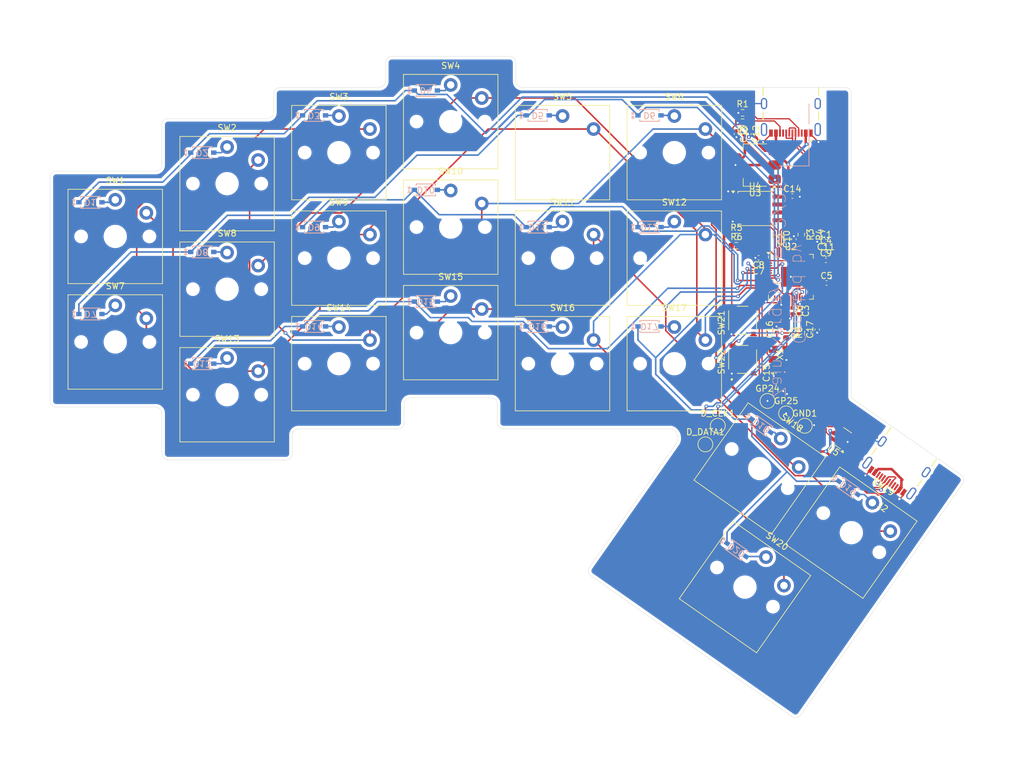
<source format=kicad_pcb>
(kicad_pcb (version 20241229) (generator "pcbnew") (generator_version "9.0")
  (layers (0 "F.Cu" signal) (2 "B.Cu" signal) (13 "F.Paste" user) (15 "B.Paste" user) (5 "F.SilkS" user "F.Silkscreen") (7 "B.SilkS" user "B.Silkscreen") (1 "F.Mask" user) (3 "B.Mask" user) (25 "Edge.Cuts" user))
  (net 0 "")
  (net 1 "GND")
  (net 2 "Net-(D1-A)")
  (net 3 "Net-(D2-A)")
  (net 4 "Net-(D3-A)")
  (net 5 "Net-(D4-A)")
  (net 6 "Net-(D5-A)")
  (net 7 "Net-(D6-A)")
  (net 8 "Net-(D7-A)")
  (net 9 "Net-(D8-A)")
  (net 10 "Net-(D9-A)")
  (net 11 "Net-(D10-A)")
  (net 12 "Net-(D11-A)")
  (net 13 "Net-(D12-A)")
  (net 14 "Net-(D13-A)")
  (net 15 "Net-(D14-A)")
  (net 16 "Net-(D15-A)")
  (net 17 "Net-(D16-A)")
  (net 18 "Net-(D17-A)")
  (net 19 "Net-(D18-A)")
  (net 22 "/CC1")
  (net 23 "/CC2")
  (net 24 "+1V1")
  (net 25 "+3V3")
  (net 26 "VBUS")
  (net 27 "/XIN")
  (net 28 "Net-(C16-Pad1)")
  (net 29 "/Row_1")
  (net 30 "/Row_2")
  (net 31 "/Row_3")
  (net 32 "/Row_4")
  (net 33 "/Row_5")
  (net 34 "Net-(D19-A)")
  (net 35 "Net-(D20-A)")
  (net 36 "/USB_D-")
  (net 37 "/USB_D+")
  (net 38 "/B-B_D-")
  (net 39 "/B-B_D+")
  (net 44 "Net-(U2-USB_DP)")
  (net 45 "Net-(U2-USB_DM)")
  (net 46 "/QSPI_SS")
  (net 47 "Net-(SW21-B)")
  (net 48 "/XOUT")
  (net 49 "Net-(SW22-B)")
  (net 50 "/RST")
  (net 51 "/DEBUG_CLK")
  (net 52 "/QSPI_SD1")
  (net 53 "/QSPI_SD2")
  (net 56 "/DEBUG_DATA")
  (net 61 "/Col_1")
  (net 62 "/Col_2")
  (net 63 "/Col_3")
  (net 64 "/Col_4")
  (net 65 "/GP24")
  (net 67 "/GP25")
  (net 69 "/QSPI_SD3")
  (net 72 "/QSPI_SD0")
  (net 75 "/QSPI_SCLK")
  (footprint "Capacitor_SMD:C_0402_1005Metric" (layer "F.Cu") (at 150.4 70.35)
    (property "Reference" "C1")
    (property "Value" "1u")
  )
  (footprint "Resistor_SMD:R_0603_1608Metric" (layer "F.Cu") (at 136 69.5)
    (property "Reference" "R5")
    (property "Value" "10k DNP")
  )
  (footprint "Capacitor_SMD:C_0402_1005Metric" (layer "F.Cu") (at 150.5 77)
    (property "Reference" "C5")
    (property "Value" "100n")
  )
  (footprint "Capacitor_SMD:C_0402_1005Metric" (layer "F.Cu") (at 145 63)
    (property "Reference" "C14")
    (property "Value" "100n")
  )
  (footprint "Capacitor_SMD:C_0402_1005Metric" (layer "F.Cu") (at 139.55 73.95 180)
    (property "Reference" "C7")
    (property "Value" "100n")
  )
  (footprint "Resistor_SMD:R_0603_1608Metric" (layer "F.Cu") (at 147.95 69.2 -90)
    (property "Reference" "R4")
    (property "Value" "27.4")
  )
  (footprint "Resistor_SMD:R_0603_1608Metric" (layer "F.Cu") (at 146.45 69.2 -90)
    (property "Reference" "R3")
    (property "Value" "27.4")
  )
  (footprint "ScottoKeebs_Choc:Choc_V1_1.00u" (layer "F.Cu") (at 90 51)
    (property "Reference" "SW4")
    (property "Value" "SW_SPST")
  )
  (footprint "Capacitor_SMD:C_0402_1005Metric" (layer "F.Cu") (at 150.4 73.35)
    (property "Reference" "C9")
    (property "Value" "100n")
  )
  (footprint "ScottoKeebs_Choc:Choc_V1_1.00u" (layer "F.Cu") (at 108 73)
    (property "Reference" "SW11")
    (property "Value" "SW_SPST")
  )
  (footprint "Capacitor_SMD:C_0402_1005Metric" (layer "F.Cu") (at 145.25 69.95 90)
    (property "Reference" "C10")
    (property "Value" "100n")
  )
  (footprint "ScottoKeebs_Choc:Choc_V1_1.00u" (layer "F.Cu") (at 108 90)
    (property "Reference" "SW16")
    (property "Value" "SW_SPST")
  )
  (footprint "Package_TO_SOT_SMD:SOT-23-6" (layer "F.Cu") (at 153 102 145)
    (property "Reference" "U5")
    (property "Value" "USBLC6-2SC6")
  )
  (footprint "ScottoKeebs_Choc:Choc_V1_1.00u" (layer "F.Cu") (at 108 56)
    (property "Reference" "SW5")
    (property "Value" "SW_SPST")
  )
  (footprint "TestPoint:TestPoint_Pad_D2.0mm" (layer "F.Cu") (at 147 100)
    (property "Reference" "GND1")
    (property "Value" "TestPoint")
  )
  (footprint "Package_TO_SOT_SMD:SOT-223-3_TabPin2" (layer "F.Cu") (at 139 58 180)
    (property "Reference" "U3")
    (property "Value" "NCP1117-3.3_SOT223")
  )
  (footprint "ScottoKeebs_Choc:Choc_V1_1.00u" (layer "F.Cu") (at 54 61)
    (property "Reference" "SW2")
    (property "Value" "SW_SPST")
  )
  (footprint "ScottoKeebs_Choc:Choc_V1_1.00u" (layer "F.Cu") (at 137.371569 125.987772 -35)
    (property "Reference" "SW20")
    (property "Value" "SW_SPST")
  )
  (footprint "TestPoint:TestPoint_Pad_D2.0mm" (layer "F.Cu") (at 131 103)
    (property "Reference" "D_DATA1")
    (property "Value" "TestPoint")
  )
  (footprint "ScottoKeebs_Choc:Choc_V1_1.00u" (layer "F.Cu") (at 36 86.5)
    (property "Reference" "SW7")
    (property "Value" "SW_SPST")
  )
  (footprint "Library:GCT_USB4105-GF-A" (layer "F.Cu") (at 144.76 48.1 180)
    (property "Reference" "J1" (hide yes))
    (property "Value" "USB4105-GF-A")
  )
  (footprint "ScottoKeebs_Choc:Choc_V1_1.00u" (layer "F.Cu") (at 36 69.5)
    (property "Reference" "SW1")
    (property "Value" "SW_SPST")
  )
  (footprint "Library:GCT_USB4105-GF-A" (layer "F.Cu") (at 163 105 145)
    (property "Reference" "J2")
    (property "Value" "USB4105-GF-A")
  )
  (footprint "Capacitor_SMD:C_0402_1005Metric" (layer "F.Cu") (at 144.35 69.95 90)
    (property "Reference" "C2")
    (property "Value" "100n")
  )
  (footprint "Library:ABM8-272-T3_ABR" (layer "F.Cu") (at 143 88.5 90)
    (property "Reference" "X1")
    (property "Value" "ABM8-272-T3")
  )
  (footprint "ScottoKeebs_Choc:Choc_V1_1.00u" (layer "F.Cu") (at 54 78)
    (property "Reference" "SW8")
    (property "Value" "SW_SPST")
  )
  (footprint "Resistor_SMD:R_0603_1608Metric" (layer "F.Cu") (at 144 85 -90)
    (property "Reference" "R7")
    (property "Value" "1k")
  )
  (footprint "Capacitor_SMD:C_0402_1005Metric" (layer "F.Cu") (at 142 91.5 90)
    (property "Reference" "C15")
    (property "Value" "15p")
  )
  (footprint "Capacitor_SMD:C_0402_1005Metric" (layer "F.Cu") (at 150.4 72.35)
    (property "Reference" "C11")
    (property "Value" "100n")
  )
  (footprint "TestPoint:TestPoint_Pad_D2.0mm" (layer "F.Cu") (at 144 98)
    (property "Reference" "GP25")
    (property "Value" "TestPoint")
  )
  (footprint "TestPoint:TestPoint_Pad_D2.0mm" (layer "F.Cu") (at 133 100)
    (property "Reference" "D_CLK1")
    (property "Value" "TestPoint")
  )
  (footprint "ScottoKeebs_Choc:Choc_V1_1.00u" (layer "F.Cu") (at 54 95)
    (property "Reference" "SW13")
    (property "Value" "SW_SPST")
  )
  (footprint "Package_SO:SOIC-8_5.3x5.3mm_P1.27mm" (layer "F.Cu") (at 139 65)
    (property "Reference" "U4")
    (property "Value" "W25Q128JVS")
  )
  (footprint "ScottoKeebs_Choc:Choc_V1_1.00u" (layer "F.Cu") (at 126 73)
    (property "Reference" "SW12")
    (property "Value" "SW_SPST")
  )
  (footprint "ScottoKeebs_Choc:Choc_V1_1.00u" (layer "F.Cu") (at 90 68)
    (property "Reference" "SW10")
    (property "Value" "SW_SPST")
  )
  (footprint "Library:SW_TL3315NF250Q" (layer "F.Cu") (at 137 83 90)
    (property "Reference" "SW21")
    (property "Value" "SW_SPST")
  )
  (footprint "Package_DFN_QFN:QFN-56-1EP_7x7mm_P0.4mm_EP3.2x3.2mm" (layer "F.Cu") (at 144.76 76)
    (property "Reference" "U2")
    (property "Value" "RP2040")
  )
  (footprint "Capacitor_SMD:C_0402_1005Metric" (layer "F.Cu") (at 149 84.5 90)
    (property "Reference" "C17")
    (property "Value" "100n")
  )
  (footprint "Resistor_SMD:R_0603_1608Metric" (layer "F.Cu") (at 136 71)
    (property "Reference" "R6")
    (property "Value" "1k")
  )
  (footprint "ScottoKeebs_Choc:Choc_V1_1.00u" (layer "F.Cu") (at 72 56)
    (property "Reference" "SW3")
    (property "Value" "SW_SPST")
  )
  (footprint "ScottoKeebs_Choc:Choc_V1_1.00u" (layer "F.Cu") (at 72 90)
    (property "Reference" "SW14")
    (property "Value" "SW_SPST")
  )
  (footprint "TestPoint:TestPoint_Pad_D2.0mm" (layer "F.Cu") (at 141 96)
    (property "Reference" "GP24")
    (property "Value" "TestPoint")
  )
  (footprint "Capacitor_SMD:C_0402_1005Metric" (layer "F.Cu") (at 145 81.5 -90)
    (property "Reference" "C6")
    (property "Value" "100n")
  )
  (footprint "Capacitor_SMD:C_0402_1005Metric" (layer "F.Cu") (at 138 53 -90)
    (property "Reference" "C12")
    (property "Value" "10u")
  )
  (footprint "Capacitor_SMD:C_0402_1005Metric" (layer "F.Cu") (at 142.5 84.5 90)
    (property "Reference" "C16")
    (property "Value" "15p")
  )
  (footprint "ScottoKeebs_Choc:Choc_V1_1.00u" (layer "F.Cu") (at 90 85)
    (property "Reference" "SW15")
    (property "Value" "SW_SPST")
  )
  (footprint "Capacitor_SMD:C_0402_1005Metric" (layer "F.Cu") (at 139.55 72.95 180)
    (property "Reference" "C8")
    (property "Value" "100n")
  )
  (footprint "Resistor_SMD:R_0603_1608Metric" (layer "F.Cu") (at 137 49.6)
    (property "Reference" "R1")
    (property "Value" "5.1k")
  )
  (footprint "Capacitor_SMD:C_0402_1005Metric" (layer "F.Cu") (at 146 81.5 -90)
    (property "Reference" "C3")
    (property "Value" "100n")
  )
  (footprint "Capacitor_SMD:C_0402_1005Metric" (layer "F.Cu") (at 150.4 71.35)
    (property "Reference" "C4")
    (property "Value" "1u")
  )
  (footprint "Resistor_SMD:R_0603_1608Metric" (layer "F.Cu") (at 147.5 85 90)
    (property "Reference" "R8")
    (property "Value" "1k")
  )
  (footprint "ScottoKeebs_Choc:Choc_V1_1.00u" (layer "F.Cu") (at 139.75 106.9 -35)
    (property "Reference" "SW18")
    (property "Value" "SW_SPST")
  )
  (footprint "Resistor_SMD:R_0603_1608Metric" (layer "F.Cu") (at 137 51.1 180)
    (property "Reference" "R2")
    (property "Value" "5.1k")
  )
  (footprint "Library:SW_TL3315NF250Q" (layer "F.Cu") (at 137 89.3123 90)
    (property "Reference" "SW22")
    (property "Value" "SW_SPST")
  )
  (footprint "ScottoKeebs_Choc:Choc_V1_1.00u" (layer "F.Cu") (at 72 73)
    (property "Reference" "SW9")
    (property "Value" "SW_SPST")
  )
  (footprint "ScottoKeebs_Choc:Choc_V1_1.00u" (layer "F.Cu") (at 126 90)
    (property "Reference" "SW17")
    (property "Value" "SW_SPST")
  )
  (footprint "Capacitor_SMD:C_0402_1005Metric" (layer "F.Cu") (at 136 53 -90)
    (property "Reference" "C13")
    (property "Value" "10u")
  )
  (footprint "ScottoKeebs_Choc:Choc_V1_1.00u" (layer "F.Cu") (at 126 56)
    (property "Reference" "SW6")
    (property "Value" "SW_SPST")
  )
  (footprint "ScottoKeebs_Choc:Choc_V1_1.00u" (layer "F.Cu") (at 154.494737 117.224376 -35)
    (property "Reference" "SW19")
    (property "Value" "SW_SPST")
  )
  (footprint "footprints:SOD123_MCC" (layer "B.Cu") (at 140 100 -35)
    (property "Reference" "D18")
    (property "Value" "D")
  )
  (footprint "footprints:SOD123_MCC" (layer "B.Cu") (at 68 84)
    (property "Reference" "D14")
    (property "Value" "D")
  )
  (footprint "footprints:SOD123_MCC" (layer "B.Cu") (at 104 68)
    (property "Reference" "D11")
    (property "Value" "D")
  )
  (footprint "footprints:SOD123_MCC" (layer "B.Cu") (at 68 50)
    (property "Reference" "D3")
    (property "Value" "D")
  )
  (footprint "footprints:SOD123_MCC" (layer "B.Cu") (at 104 50)
    (property "Reference" "D5")
    (property "Value" "D")
  )
  (footprint "footprints:SOD123_MCC" (layer "B.Cu") (at 50 90)
    (property "Reference" "D13")
    (property "Value" "D")
  )
  (footprint "footprints:SOD123_MCC" (layer "B.Cu") (at 122 50)
    (property "Reference" "D6")
    (property "Value" "D")
  )
  (footprint "footprints:SOD123_MCC" (layer "B.Cu") (at 50 72)
    (property "Reference" "D8")
    (property "Value" "D")
  )
  (footprint "footprints:SOD123_MCC" (layer "B.Cu") (at 122 84)
    (property "Reference" "D17")
    (property "Value" "D")
  )
  (footprint "footprints:SOD123_MCC" (layer "B.Cu") (at 32 64)
    (property "Reference" "D1")
    (property "Value" "D")
  )
  (footprint "footprints:SOD123_MCC" (layer "B.Cu") (at 50 56)
    (property "Reference" "D2")
    (property "Value" "D")
  )
  (footprint "footprints:SOD123_MCC" (layer "B.Cu") (at 136 120 -35)
    (property "Reference" "D20")
    (property "Value" "D")
  )
  (footprint "footprints:SOD123_MCC" (layer "B.Cu") (at 154 110 -35)
    (property "Reference" "D19")
    (property "Value" "D")
  )
  (footprint "footprints:SOD123_MCC" (layer "B.Cu") (at 68 68)
    (property "Reference" "D9")
    (property "Value" "D")
  )
  (footprint "footprints:SOD123_MCC" (layer "B.Cu") (at 104 84)
    (property "Reference" "D16")
    (property "Value" "D")
  )
  (footprint "footprints:SOD123_MCC" (layer "B.Cu") (at 122 68)
    (property "Reference" "D12")
    (property "Value" "D")
  )
  (footprint "footprints:SOD123_MCC" (layer "B.Cu") (at 86 62)
    (property "Reference" "D10")
    (property "Value" "D")
  )
  (footprint "footprints:SOD123_MCC" (layer "B.Cu") (at 86 46)
    (property "Reference" "D4")
    (property "Value" "D")
  )
  (footprint "footprints:SOD123_MCC" (layer "B.Cu") (at 32 82)
    (property "Reference" "D7")
    (property "Value" "D")
  )
  (footprint "footprints:SOD123_MCC" (layer "B.Cu") (at 86 80)
    (property "Reference" "D15")
    (property "Value" "D")
  )
  (gr_arc (start 146.33 146.59) (mid 145.684496 147.001231) (end 144.937272 146.835576) (stroke (width 0.05)) (layer "Edge.Cuts"))
  (gr_line (start 172.182919 107.927273) (end 154.595035 95.599168) (stroke (width 0.05)) (layer "Edge.Cuts"))
  (gr_line (start 116.265646 126.76097) (end 112.58 124.180253) (stroke (width 0.05)) (layer "Edge.Cuts"))
  (gr_line (start 97.5 40.5) (end 80.5 40.5) (stroke (width 0.05)) (layer "Edge.Cuts"))
  (gr_arc (start 64.5 104.5) (mid 64.207107 105.207107) (end 63.5 105.5) (stroke (width 0.05)) (layer "Edge.Cuts"))
  (gr_line (start 65.5 100.5) (end 81.5 100.5) (stroke (width 0.05)) (layer "Edge.Cuts"))
  (gr_arc (start 25.5 60) (mid 25.792893 59.292893) (end 26.5 59) (stroke (width 0.05)) (layer "Edge.Cuts"))
  (gr_line (start 83.5 95.5) (end 96.5 95.5) (stroke (width 0.05)) (layer "Edge.Cuts"))
  (gr_line (start 25.5 60) (end 25.5 96) (stroke (width 0.05)) (layer "Edge.Cuts"))
  (gr_line (start 154.5 67.289997) (end 154.5 55.53) (stroke (width 0.05)) (layer "Edge.Cuts"))
  (gr_line (start 82.5 99.5) (end 82.5 96.5) (stroke (width 0.05)) (layer "Edge.Cuts"))
  (gr_arc (start 79.5 44.5) (mid 79.207107 45.207107) (end 78.5 45.5) (stroke (width 0.05)) (layer "Edge.Cuts"))
  (gr_arc (start 154.595035 95.599168) (mid 154.529704 95.476113) (end 154.5 95.34) (stroke (width 0.05)) (layer "Edge.Cuts"))
  (gr_arc (start 82.5 99.5) (mid 82.207107 100.207107) (end 81.5 100.5) (stroke (width 0.05)) (layer "Edge.Cuts"))
  (gr_line (start 78.5 45.5) (end 64 45.5) (stroke (width 0.05)) (layer "Edge.Cuts"))
  (gr_line (start 43.5 98) (end 43.5 104.5) (stroke (width 0.05)) (layer "Edge.Cuts"))
  (gr_arc (start 61.5 46.5) (mid 61.792893 45.792893) (end 62.5 45.5) (stroke (width 0.05)) (layer "Edge.Cuts"))
  (gr_line (start 100.5 41.5) (end 100.5 43) (stroke (width 0.05)) (layer "Edge.Cuts"))
  (gr_line (start 100.5 44.5) (end 100.5 43) (stroke (width 0.05)) (layer "Edge.Cuts"))
  (gr_arc (start 153.5 45.5) (mid 154.207107 45.792893) (end 154.5 46.5) (stroke (width 0.05)) (layer "Edge.Cuts"))
  (gr_arc (start 43.5 51.5) (mid 43.792893 50.792893) (end 44.5 50.5) (stroke (width 0.05)) (layer "Edge.Cuts"))
  (gr_line (start 154.5 46.5) (end 154.5 55.53) (stroke (width 0.05)) (layer "Edge.Cuts"))
  (gr_arc (start 82.5 96.5) (mid 82.792893 95.792893) (end 83.5 95.5) (stroke (width 0.05)) (layer "Edge.Cuts"))
  (gr_line (start 165.256718 119.558553) (end 146.33 146.59) (stroke (width 0.05)) (layer "Edge.Cuts"))
  (gr_arc (start 44.5 105.5) (mid 43.792893 105.207107) (end 43.5 104.5) (stroke (width 0.05)) (layer "Edge.Cuts"))
  (gr_arc (start 79.5 41.5) (mid 79.792893 40.792893) (end 80.5 40.5) (stroke (width 0.05)) (layer "Edge.Cuts"))
  (gr_line (start 26.5 97) (end 42.5 97) (stroke (width 0.05)) (layer "Edge.Cuts"))
  (gr_arc (start 125.5 100.5) (mid 126.465021 101.405261) (end 126.40408 102.727021) (stroke (width 0.05)) (layer "Edge.Cuts"))
  (gr_line (start 97.5 40.5) (end 99.5 40.5) (stroke (width 0.05)) (layer "Edge.Cuts"))
  (gr_arc (start 98.5 100.5) (mid 97.792893 100.207107) (end 97.5 99.5) (stroke (width 0.05)) (layer "Edge.Cuts"))
  (gr_arc (start 112.58 124.18) (mid 112.168769 123.534496) (end 112.334424 122.787272) (stroke (width 0.05)) (layer "Edge.Cuts"))
  (gr_line (start 126.404079 102.727021) (end 112.334424 122.78638) (stroke (width 0.05)) (layer "Edge.Cuts"))
  (gr_arc (start 101.5 45.5) (mid 100.792893 45.207107) (end 100.5 44.5) (stroke (width 0.05)) (layer "Edge.Cuts"))
  (gr_line (start 44.5 105.5) (end 63.5 105.5) (stroke (width 0.05)) (layer "Edge.Cuts"))
  (gr_arc (start 64.5 101.5) (mid 64.792893 100.792893) (end 65.5 100.5) (stroke (width 0.05)) (layer "Edge.Cuts"))
  (gr_line (start 154.5 67.289997) (end 154.5 95.339997) (stroke (width 0.05)) (layer "Edge.Cuts"))
  (gr_arc (start 43.5 58) (mid 43.207107 58.707107) (end 42.5 59) (stroke (width 0.05)) (layer "Edge.Cuts"))
  (gr_line (start 97.5 96.5) (end 97.5 99.5) (stroke (width 0.05)) (layer "Edge.Cuts"))
  (gr_line (start 136 45.5) (end 153.5 45.5) (stroke (width 0.05)) (layer "Edge.Cuts"))
  (gr_line (start 64 45.5) (end 62.5 45.5) (stroke (width 0.05)) (layer "Edge.Cuts"))
  (gr_line (start 79.5 41.5) (end 79.5 44.5) (stroke (width 0.05)) (layer "Edge.Cuts"))
  (gr_line (start 121.590134 130.489217) (end 116.265646 126.76097) (stroke (width 0.05)) (layer "Edge.Cuts"))
  (gr_arc (start 42.5 97) (mid 43.207107 97.292893) (end 43.5 98) (stroke (width 0.05)) (layer "Edge.Cuts"))
  (gr_arc (start 61.5 49.5) (mid 61.207107 50.207107) (end 60.5 50.5) (stroke (width 0.05)) (layer "Edge.Cuts"))
  (gr_line (start 98.5 100.5) (end 125.5 100.5) (stroke (width 0.05)) (layer "Edge.Cuts"))
  (gr_line (start 144.937272 146.835576) (end 121.590134 130.489217) (stroke (width 0.05)) (layer "Edge.Cuts"))
  (gr_arc (start 26.5 97) (mid 25.792893 96.707107) (end 25.5 96) (stroke (width 0.05)) (layer "Edge.Cuts"))
  (gr_line (start 166.690659 117.510672) (end 172.42583 109.32) (stroke (width 0.05)) (layer "Edge.Cuts"))
  (gr_arc (start 96.5 95.5) (mid 97.207107 95.792893) (end 97.5 96.5) (stroke (width 0.05)) (layer "Edge.Cuts"))
  (gr_arc (start 99.5 40.5) (mid 100.207107 40.792893) (end 100.5 41.5) (stroke (width 0.05)) (layer "Edge.Cuts"))
  (gr_line (start 61.5 46.5) (end 61.5 49.5) (stroke (width 0.05)) (layer "Edge.Cuts"))
  (gr_line (start 42.5 59) (end 26.5 59) (stroke (width 0.05)) (layer "Edge.Cuts"))
  (gr_line (start 60.5 50.5) (end 44.5 50.5) (stroke (width 0.05)) (layer "Edge.Cuts"))
  (gr_line (start 64.5 104.5) (end 64.5 101.5) (stroke (width 0.05)) (layer "Edge.Cuts"))
  (gr_line (start 136 45.5) (end 101.5 45.5) (stroke (width 0.05)) (layer "Edge.Cuts"))
  (gr_arc (start 172.184425 107.927273) (mid 172.595656 108.572776) (end 172.43 109.32) (stroke (width 0.05)) (layer "Edge.Cuts"))
  (gr_line (start 165.256718 119.558553) (end 166.690659 117.510672) (stroke (width 0.05)) (layer "Edge.Cuts"))
  (gr_line (start 43.5 51.5) (end 43.5 58) (stroke (width 0.05)) (layer "Edge.Cuts"))
  (gr_text "L" (at 150.14 59.38 0) (layer "B.SilkS") (effects (font (size 10 10) (thickness 0.125)) (justify left bottom mirror)))
  (gr_text "Created by \nZain Kergaye 4/12/25" (at 141.62 78.02 270) (layer "B.SilkS") (effects (font (size 2 2) (thickness 0.1)) (justify bottom mirror)))
  (segment (start 135.4125 66.905) (end 135.4125 67.0875) (width 0.2) (layer "F.Cu") (net 1))
  (segment (start 145.48 63) (end 146.1 63) (width 0.2) (layer "F.Cu") (net 1))
  (segment (start 150.88 70.35) (end 150.88 69.88) (width 0.2) (layer "F.Cu") (net 1))
  (segment (start 135.25 91.5423) (end 135.25 91.6) (width 0.2) (layer "F.Cu") (net 1))
  (segment (start 136.175 51.175) (end 136.2 51.2) (width 0.2) (layer "F.Cu") (net 1))
  (segment (start 145 82.33) (end 144.61 82.72) (width 0.2) (layer "F.Cu") (net 1))
  (segment (start 142.5 84.02) (end 142.47 84.02) (width 0.2) (layer "F.Cu") (net 1))
  (segment (start 153.931785 102.652443) (end 153.931785 102.631785) (width 0.2) (layer "F.Cu") (net 1))
  (segment (start 144.35 69.47) (end 145.25 69.47) (width 0.2) (layer "F.Cu") (net 1))
  (segment (start 162.893931 110.730513) (end 162.893931 111.162334) (width 0.2) (layer "F.Cu") (net 1))
  (segment (start 146.1 63) (end 146.2 63.1) (width 0.2) (layer "F.Cu") (net 1))
  (segment (start 136 53.5) (end 135.439 52.939) (width 0.2) (layer "F.Cu") (net 1))
  (segment (start 142.15 60.3) (end 142.15 60.35) (width 0.2) (layer "F.Cu") (net 1))
  (segment (start 143.76 79.982182) (end 143.576091 80.166091) (width 0.2) (layer "F.Cu") (net 1))
  (segment (start 141.9 87.699999) (end 141.9 87.8) (width 0.2) (layer "F.Cu") (net 1))
  (segment (start 150.88 69.88) (end 150.8 69.8) (width 0.2) (layer "F.Cu") (net 1))
  (segment (start 141.56 53.04) (end 140.3 54.3) (width 0.2) (layer "F.Cu") (net 1))
  (segment (start 136.175 49.6) (end 136.3 49.6) (width 0.2) (layer "F.Cu") (net 1))
  (segment (start 143.76 79.4375) (end 143.76 79.982182) (width 0.2) (layer "F.Cu") (net 1))
  (segment (start 141.779999 87.699999) (end 141.607157 87.527157) (width 0.2) (layer "F.Cu") (net 1))
  (segment (start 140.916091 80.166091) (end 140.73 79.98) (width 0.2) (layer "F.Cu") (net 1))
  (segment (start 148.4 100) (end 148.5 99.9) (width 0.2) (layer "F.Cu") (net 1))
  (segment (start 143.576091 80.166091) (end 140.916091 80.166091) (width 0.2) (layer "F.Cu") (net 1))
  (segment (start 149 84.98) (end 149 85) (width 0.2) (layer "F.Cu") (net 1))
  (segment (start 147.96 52.855) (end 147.96 53.06) (width 0.2) (layer "F.Cu") (net 1))
  (segment (start 153.931785 102.631785) (end 153.9 102.6) (width 0.2) (layer "F.Cu") (net 1))
  (segment (start 157.651358 107.098642) (end 156.75 108) (width 0.2) (layer "F.Cu") (net 1))
  (segment (start 143.576091 80.166091) (end 143.221091 80.521091) (width 0.2) (layer "F.Cu") (net 1))
  (segment (start 135.4125 67.0875) (end 135.4 67.1) (width 0.2) (layer "F.Cu") (net 1))
  (segment (start 141.56 52.855) (end 141.56 53.04) (width 0.2) (layer "F.Cu") (net 1))
  (segment (start 142.47 84.02) (end 142.45 84) (width 0.2) (layer "F.Cu") (net 1))
  (segment (start 141.9 87.699999) (end 141.779999 87.699999) (width 0.2) (layer "F.Cu") (net 1))
  (segment (start 144.1 89.35) (end 144.05 89.4) (width 0.2) (layer "F.Cu") (net 1))
  (segment (start 138 53.48) (end 138 53.5) (width 0.2) (layer "F.Cu") (net 1))
  (segment (start 136.175 51.1) (end 136.175 51.175) (width 0.2) (layer "F.Cu") (net 1))
  (segment (start 162.893931 111.162334) (end 162.234962 111.821303) (width 0.2) (layer "F.Cu") (net 1))
  (segment (start 135.22 85.23) (end 135.2 85.25) (width 0.2) (layer "F.Cu") (net 1))
  (segment (start 147.96 53.06) (end 149.2 54.3) (width 0.2) (layer "F.Cu") (net 1))
  (segment (start 150.98 76.42) (end 151.15 76.25) (width 0.25) (layer "F.Cu") (net 1))
  (segment (start 150.88 73.35) (end 150.88 70.35) (width 0.2) (layer "F.Cu") (net 1))
  (segment (start 142.15 60.35) (end 142.2 60.4) (width 0.2) (layer "F.Cu") (net 1))
  (segment (start 145 81.98) (end 145 82.33) (width 0.2) (layer "F.Cu") (net 1))
  (segment (start 139.07 72.95) (end 139.05 72.95) (width 0.2) (layer "F.Cu") (net 1))
  (segment (start 157.651358 107.059623) (end 157.651358 107.098642) (width 0.2) (layer "F.Cu") (net 1))
  (segment (start 135.439 52.939) (end 135.439 51.961) (width 0.2) (layer "F.Cu") (net 1))
  (segment (start 136 53.48) (end 136 53.5) (width 0.2) (layer "F.Cu") (net 1))
  (segment (start 139.07 73.95) (end 139.07 72.95) (width 0.2) (layer "F.Cu") (net 1))
  (segment (start 135.25 85.23) (end 135.22 85.23) (width 0.2) (layer "F.Cu") (net 1))
  (segment (start 146 81.98) (end 145 81.98) (width 0.2) (layer "F.Cu") (net 1))
  (segment (start 147 100) (end 148.4 100) (width 0.2) (layer "F.Cu") (net 1))
  (segment (start 141.9 87.8) (end 141.85 87.85) (width 0.2) (layer "F.Cu") (net 1))
  (segment (start 144.1 89.300001) (end 144.1 89.35) (width 0.2) (layer "F.Cu") (net 1))
  (segment (start 135.439 51.961) (end 136.2 51.2) (width 0.2) (layer "F.Cu") (net 1))
  (segment (start 150.98 77) (end 150.98 76.42) (width 0.25) (layer "F.Cu") (net 1))
  (via (at 142 91.98) (size 0.6) (drill 0.3) (layers "F.Cu" "B.Cu") (net 1))
  (via (at 144.05 89.4) (size 0.6) (drill 0.3) (layers "F.Cu" "B.Cu") (net 1))
  (via (at 145.25 69.47) (size 0.6) (drill 0.3) (layers "F.Cu" "B.Cu") (net 1))
  (via (at 156.75 108) (size 0.6) (drill 0.3) (layers "F.Cu" "B.Cu") (net 1))
  (via (at 149.2 54.3) (size 0.6) (drill 0.3) (layers "F.Cu" "B.Cu") (net 1))
  (via (at 153.9 102.6) (size 0.6) (drill 0.3) (layers "F.Cu" "B.Cu") (net 1))
  (via (at 141.607157 87.527157) (size 0.6) (drill 0.3) (layers "F.Cu" "B.Cu") (net 1))
  (via (at 149 85) (size 0.6) (drill 0.3) (layers "F.Cu" "B.Cu") (net 1))
  (via (at 148.5 99.9) (size 0.6) (drill 0.3) (layers "F.Cu" "B.Cu") (net 1))
  (via (at 135.25 91.6) (size 0.6) (drill 0.3) (layers "F.Cu" "B.Cu") (net 1))
  (via (at 150.8 69.8) (size 0.6) (drill 0.3) (layers "F.Cu" "B.Cu") (net 1))
  (via (at 144.61 82.72) (size 0.6) (drill 0.3) (layers "F.Cu" "B.Cu") (net 1))
  (via (at 139.05 72.95) (size 0.6) (drill 0.3) (layers "F.Cu" "B.Cu") (net 1))
  (via (at 136.3 49.6) (size 0.6) (drill 0.3) (layers "F.Cu" "B.Cu") (net 1))
  (via (at 136.2 51.2) (size 0.6) (drill 0.3) (layers "F.Cu" "B.Cu") (net 1))
  (via (at 151.15 76.25) (size 0.6) (drill 0.3) (layers "F.Cu" "B.Cu") (net 1))
  (via (at 142.2 60.4) (size 0.6) (drill 0.3) (layers "F.Cu" "B.Cu") (net 1))
  (via (at 140.3 54.3) (size 0.6) (drill 0.3) (layers "F.Cu" "B.Cu") (net 1))
  (via (at 138 53.5) (size 0.6) (drill 0.3) (layers "F.Cu" "B.Cu") (net 1))
  (via (at 144.76 76) (size 0.6) (drill 0.3) (layers "F.Cu" "B.Cu") (net 1))
  (via (at 146.2 63.1) (size 0.6) (drill 0.3) (layers "F.Cu" "B.Cu") (net 1))
  (via (at 143.221091 80.521091) (size 0.6) (drill 0.3) (layers "F.Cu" "B.Cu") (net 1))
  (via (at 135.4 67.1) (size 0.6) (drill 0.3) (layers "F.Cu" "B.Cu") (net 1))
  (via (at 142.45 84) (size 0.6) (drill 0.3) (layers "F.Cu" "B.Cu") (net 1))
  (via (at 135.2 85.25) (size 0.6) (drill 0.3) (layers "F.Cu" "B.Cu") (net 1))
  (via (at 162.234962 111.821303) (size 0.6) (drill 0.3) (layers "F.Cu" "B.Cu") (net 1))
  (via (at 136 53.5) (size 0.6) (drill 0.3) (layers "F.Cu" "B.Cu") (net 1))
  (via (at 140.73 79.98) (size 0.6) (drill 0.3) (layers "F.Cu" "B.Cu") (net 1))
  (segment (start 159.461264 102.52215) (end 158.52215 102.52215) (width 0.2) (layer "B.Cu") (net 1))
  (segment (start 158.52215 102.52215) (end 158 102) (width 0.2) (layer "B.Cu") (net 1))
  (segment (start 144.76 77.8) (end 143.221091 79.338909) (width 0.2) (layer "B.Cu") (net 1))
  (segment (start 140.44 48.1) (end 138.1 48.1) (width 0.2) (layer "B.Cu") (net 1))
  (segment (start 142.2 59.7) (end 136 53.5) (width 0.2) (layer "B.Cu") (net 1))
  (segment (start 144.76 76) (end 144.76 77.8) (width 0.2) (layer "B.Cu") (net 1))
  (segment (start 138.1 48.1) (end 138 48) (width 0.2) (layer "B.Cu") (net 1))
  (segment (start 142.2 60.4) (end 142.2 59.7) (width 0.2) (layer "B.Cu") (net 1))
  (segment (start 143.221091 79.338909) (end 143.221091 80.521091) (width 0.2) (layer "B.Cu") (net 1))
  (segment (start 35.6 64) (end 36 63.6) (width 0.25) (layer "B.Cu") (net 2))
  (segment (start 33.8542 64) (end 35.6 64) (width 0.25) (layer "B.Cu") (net 2))
  (segment (start 53.1 56) (end 54 55.1) (width 0.25) (layer "B.Cu") (net 3))
  (segment (start 51.8542 56) (end 53.1 56) (width 0.25) (layer "B.Cu") (net 3))
  (segment (start 71.9 50) (end 72 50.1) (width 0.25) (layer "B.Cu") (net 4))
  (segment (start 69.8542 50) (end 71.9 50) (width 0.25) (layer "B.Cu") (net 4))
  (segment (start 87.8542 46) (end 89.1 46) (width 0.25) (layer "B.Cu") (net 5))
  (segment (start 89.1 46) (end 90 45.1) (width 0.25) (layer "B.Cu") (net 5))
  (segment (start 105.8542 50) (end 107.9 50) (width 0.25) (layer "B.Cu") (net 6))
  (segment (start 107.9 50) (end 108 50.1) (width 0.25) (layer "B.Cu") (net 6))
  (segment (start 123.8542 50) (end 125.9 50) (width 0.25) (layer "B.Cu") (net 7))
  (segment (start 125.9 50) (end 126 50.1) (width 0.25) (layer "B.Cu") (net 7))
  (segment (start 34.6 82) (end 36 80.6) (width 0.25) (layer "B.Cu") (net 8))
  (segment (start 33.8542 82) (end 34.6 82) (width 0.25) (layer "B.Cu") (net 8))
  (segment (start 51.8542 72) (end 53.9 72) (width 0.25) (layer "B.Cu") (net 9))
  (segment (start 53.9 72) (end 54 72.1) (width 0.25) (layer "B.Cu") (net 9))
  (segment (start 69.8542 68) (end 71.1 68) (width 0.25) (layer "B.Cu") (net 10))
  (segment (start 71.1 68) (end 72 67.1) (width 0.25) (layer "B.Cu") (net 10))
  (segment (start 87.8542 62) (end 89.9 62) (width 0.25) (layer "B.Cu") (net 11))
  (segment (start 89.9 62) (end 90 62.1) (width 0.25) (layer "B.Cu") (net 11))
  (segment (start 107.1 68) (end 108 67.1) (width 0.25) (layer "B.Cu") (net 12))
  (segment (start 105.8542 68) (end 107.1 68) (width 0.25) (layer "B.Cu") (net 12))
  (segment (start 123.8542 68) (end 125.1 68) (width 0.25) (layer "B.Cu") (net 13))
  (segment (start 125.1 68) (end 126 67.1) (width 0.25) (layer "B.Cu") (net 13))
  (segment (start 53.1 90) (end 54 89.1) (width 0.25) (layer "B.Cu") (net 14))
  (segment (start 51.854201 90) (end 53.1 90) (width 0.25) (layer "B.Cu") (net 14))
  (segment (start 69.8542 84) (end 71.9 84) (width 0.25) (layer "B.Cu") (net 15))
  (segment (start 71.9 84) (end 72 84.1) (width 0.25) (layer "B.Cu") (net 15))
  (segment (start 87.8542 80) (end 89.1 80) (width 0.25) (layer "B.Cu") (net 16))
  (segment (start 89.1 80) (end 90 79.1) (width 0.25) (layer "B.Cu") (net 16))
  (segment (start 105.8542 84) (end 107.9 84) (width 0.25) (layer "B.Cu") (net 17))
  (segment (start 107.9 84) (end 108 84.1) (width 0.25) (layer "B.Cu") (net 17))
  (segment (start 123.8542 84) (end 125.9 84) (width 0.25) (layer "B.Cu") (net 18))
  (segment (start 125.9 84) (end 126 84.1) (width 0.25) (layer "B.Cu") (net 18))
  (segment (start 141.518873 101.063526) (end 142.130624 101.063526) (width 0.25) (layer "B.Cu") (net 19))
  (segment (start 142.130624 101.063526) (end 143.134101 102.067003) (width 0.25) (layer "B.Cu") (net 19))
  (segment (start 146.01 52.08) (end 144.479 50.549) (width 0.2) (layer "F.Cu") (net 22))
  (segment (start 138.401 49.6) (end 137.825 49.6) (width 0.2) (layer "F.Cu") (net 22))
  (segment (start 139.35 50.549) (end 138.401 49.6) (width 0.2) (layer "F.Cu") (net 22))
  (segment (start 144.479 50.549) (end 139.35 50.549) (width 0.2) (layer "F.Cu") (net 22))
  (segment (start 146.01 52.855) (end 146.01 52.08) (width 0.2) (layer "F.Cu") (net 22))
  (segment (start 143.01 51.81) (end 142.1 50.9) (width 0.2) (layer "F.Cu") (net 23))
  (segment (start 138.025 50.9) (end 137.825 51.1) (width 0.2) (layer "F.Cu") (net 23))
  (segment (start 143.01 52.855) (end 143.01 51.81) (width 0.2) (layer "F.Cu") (net 23))
  (segment (start 142.1 50.9) (end 138.025 50.9) (width 0.2) (layer "F.Cu") (net 23))
  (segment (start 144.56 70.64) (end 144.35 70.43) (width 0.2) (layer "F.Cu") (net 24))
  (segment (start 146.56 71.911388) (end 147.760694 70.710694) (width 0.2) (layer "F.Cu") (net 24))
  (segment (start 145.36 79.96) (end 146 80.6) (width 0.2) (layer "F.Cu") (net 24))
  (segment (start 145.36 79.4375) (end 145.36 79.96) (width 0.2) (layer "F.Cu") (net 24))
  (segment (start 148.439306 70.710694) (end 148.8 70.35) (width 0.2) (layer "F.Cu") (net 24))
  (segment (start 144.56 72.5625) (end 144.56 70.64) (width 0.2) (layer "F.Cu") (net 24))
  (segment (start 149.01 70.35) (end 149.92 70.35) (width 0.2) (layer "F.Cu") (net 24))
  (segment (start 146.007817 80.6) (end 146.225 80.382817) (width 0.2) (layer "F.Cu") (net 24))
  (segment (start 146 80.6) (end 146.007817 80.6) (width 0.2) (layer "F.Cu") (net 24))
  (segment (start 148.8 70.35) (end 149.01 70.35) (width 0.2) (layer "F.Cu") (net 24))
  (segment (start 147.760694 70.710694) (end 148.439306 70.710694) (width 0.2) (layer "F.Cu") (net 24))
  (segment (start 146.56 72.5625) (end 146.56 71.911388) (width 0.2) (layer "F.Cu") (net 24))
  (segment (start 146 80.6) (end 146 81.02) (width 0.2) (layer "F.Cu") (net 24))
  (via (at 149.01 70.35) (size 0.6) (drill 0.3) (layers "F.Cu" "B.Cu") (net 24))
  (via (at 146.225 80.382817) (size 0.6) (drill 0.3) (layers "F.Cu" "B.Cu") (net 24))
  (via (at 144.424695 70.593715) (size 0.6) (drill 0.3) (layers "F.Cu" "B.Cu") (net 24))
  (segment (start 145.464523 71.975477) (end 147.09 70.35) (width 0.2) (layer "B.Cu") (net 24))
  (segment (start 145.464523 73.787881) (end 145.464523 71.544523) (width 0.2) (layer "B.Cu") (net 24))
  (segment (start 146.225 80.382817) (end 147.151 79.456817) (width 0.2) (layer "B.Cu") (net 24))
  (segment (start 144.513715 70.593715) (end 144.424695 70.593715) (width 0.2) (layer "B.Cu") (net 24))
  (segment (start 145.464523 71.544523) (end 144.513715 70.593715) (width 0.2) (layer "B.Cu") (net 24))
  (segment (start 147.151 75.474358) (end 145.464523 73.787881) (width 0.2) (layer "B.Cu") (net 24))
  (segment (start 147.09 70.35) (end 149.01 70.35) (width 0.2) (layer "B.Cu") (net 24))
  (segment (start 145.464523 73.787881) (end 145.464523 71.975477) (width 0.2) (layer "B.Cu") (net 24))
  (segment (start 147.151 79.456817) (end 147.151 75.474358) (width 0.2) (layer "B.Cu") (net 24))
  (segment (start 146.96 73.027064) (end 146.96 72.5625) (width 0.2) (layer "F.Cu") (net 25))
  (segment (start 133.14 63.22) (end 134.11 62.25) (width 0.2) (layer "F.Cu") (net 25))
  (segment (start 141.3225 77) (end 141.787064 77) (width 0.2) (layer "F.Cu") (net 25))
  (segment (start 144.96 80.98) (end 145 81.02) (width 0.2) (layer "F.Cu") (net 25))
  (segment (start 134.67 62.25) (end 141.7425 62.25) (width 0.2) (layer "F.Cu") (net 25))
  (segment (start 145.36 73.027064) (end 145.583936 73.251) (width 0.2) (layer "F.Cu") (net 25))
  (segment (start 133.14 67.465) (end 133.14 63.22) (width 0.2) (layer "F.Cu") (net 25))
  (segment (start 145.25 70.43) (end 144.96 70.72) (width 0.2) (layer "F.Cu") (net 25))
  (segment (start 141.3225 73.4) (end 140.48 73.4) (width 0.2) (layer "F.Cu") (net 25))
  (segment (start 144.96 70.72) (end 144.96 71.85) (width 0.2) (layer "F.Cu") (net 25))
  (segment (start 135.826 71.366) (end 135.826 70.151) (width 0.2) (layer "F.Cu") (net 25))
  (segment (start 135.85 58) (end 137.35 56.5) (width 0.4) (layer "F.Cu") (net 25))
  (segment (start 145.583936 73.251) (end 146.736064 73.251) (width 0.2) (layer "F.Cu") (net 25))
  (segment (start 147.509 73.623936) (end 147.509 76.776064) (width 0.2) (layer "F.Cu") (net 25))
  (segment (start 148.1975 73.4) (end 147.732936 73.4) (width 0.2) (layer "F.Cu") (net 25))
  (segment (start 144.96 78.972936) (end 144.96 79.4375) (width 0.2) (layer "F.Cu") (net 25))
  (segment (start 145.36 72.5625) (end 145.36 73.027064) (width 0.2) (layer "F.Cu") (net 25))
  (segment (start 141.787064 77) (end 143.536064 78.749) (width 0.2) (layer "F.Cu") (net 25))
  (segment (start 141.7425 62.25) (end 142.5875 63.095) (width 0.2) (layer "F.Cu") (net 25))
  (segment (start 147.36 72.5625) (end 147.5725 72.35) (width 0.2) (layer "F.Cu") (net 25))
  (segment (start 146.96 72.5625) (end 146.96 72.007776) (width 0.2) (layer "F.Cu") (net 25))
  (segment (start 148.1975 77) (end 150.02 77) (width 0.2) (layer "F.Cu") (net 25))
  (segment (start 148.1975 73.4) (end 149.87 73.4) (width 0.2) (layer "F.Cu") (net 25))
  (segment (start 144.52 63) (end 142.6825 63) (width 0.4) (layer "F.Cu") (net 25))
  (segment (start 147.732936 77) (end 148.1975 77) (width 0.2) (layer "F.Cu") (net 25))
  (segment (start 144.96 71.85) (end 144.96 72.5625) (width 0.2) (layer "F.Cu") (net 25))
  (segment (start 136.186 71.726) (end 135.826 71.366) (width 0.2) (layer "F.Cu") (net 25))
  (segment (start 137.339 53.339) (end 137.339 54.189) (width 0.4) (layer "F.Cu") (net 25))
  (segment (start 149.111694 71.061694) (end 149.4 71.35) (width 0.2) (layer "F.Cu") (net 25))
  (segment (start 141.3225 73.8) (end 140.18 73.8) (width 0.2) (layer "F.Cu") (net 25))
  (segment (start 140.03 72.95) (end 138.806 71.726) (width 0.2) (layer "F.Cu") (net 25))
  (segment (start 135.826 70.151) (end 135.175 69.5) (width 0.2) (layer "F.Cu") (net 25))
  (segment (start 147.5725 72.35) (end 149.92 72.35) (width 0.2) (layer "F.Cu") (net 25))
  (segment (start 144.843532 78.856468) (end 144.843532 78.627236) (width 0.2) (layer "F.Cu") (net 25))
  (segment (start 137.35 54.2) (end 137.339 54.189) (width 0.4) (layer "F.Cu") (net 25))
  (segment (start 147.732936 73.4) (end 147.509 73.623936) (width 0.2) (layer "F.Cu") (net 25))
  (segment (start 140.03 72.95) (end 140.03 73.95) (width 0.2) (layer "F.Cu") (net 25))
  (segment (start 143.536064 78.749) (end 144.736064 78.749) (width 0.2) (layer "F.Cu") (net 25))
  (segment (start 145.36 72.16) (end 145.05 71.85) (width 0.2) (layer "F.Cu") (net 25))
  (segment (start 141.15 58) (end 142.15 58) (width 0.4) (layer "F.Cu") (net 25))
  (segment (start 144.843532 78.627236) (end 145.619768 77.851) (width 0.2) (layer "F.Cu") (net 25))
  (segment (start 144.736064 78.749) (end 144.843532 78.856468) (width 0.2) (layer "F.Cu") (net 25))
  (segment (start 149.4 71.35) (end 149.92 71.35) (width 0.2) (layer "F.Cu") (net 25))
  (segment (start 146.736064 73.251) (end 146.96 73.027064) (width 0.2) (layer "F.Cu") (net 25))
  (segment (start 142.6825 63) (end 142.5875 63.095) (width 0.4) (layer "F.Cu") (net 25))
  (segment (start 137.339 54.189) (end 141.15 58) (width 0.4) (layer "F.Cu") (net 25))
  (segment (start 135.175 69.5) (end 133.14 67.465) (width 0.2) (layer "F.Cu") (net 25))
  (segment (start 145.05 71.85) (end 144.96 71.85) (width 0.2) (layer "F.Cu") (net 25))
  (segment (start 146.96 72.007776) (end 147.906082 71.061694) (width 0.2) (layer "F.Cu") (net 25))
  (segment (start 142.15 58) (end 135.85 58) (width 0.4) (layer "F.Cu") (net 25))
  (segment (start 141.3225 73.4) (end 144.987064 73.4) (width 0.2) (layer "F.Cu") (net 25))
  (segment (start 145.36 72.5625) (end 145.36 72.16) (width 0.2) (layer "F.Cu") (net 25))
  (segment (start 146.881936 77.851) (end 147.732936 77) (width 0.2) (layer "F.Cu") (net 25))
  (segment (start 144.987064 73.4) (end 145.36 73.027064) (width 0.2) (layer "F.Cu") (net 25))
  (segment (start 136 52.52) (end 136.52 52.52) (width 0.4) (layer "F.Cu") (net 25))
  (segment (start 149.92 73.35) (end 149.92 71.35) (width 0.2) (layer "F.Cu") (net 25))
  (segment (start 144.843532 78.856468) (end 144.96 78.972936) (width 0.2) (layer "F.Cu") (net 25))
  (segment (start 144.96 79.4375) (end 144.96 80.98) (width 0.2) (layer "F.Cu") (net 25))
  (segment (start 149.87 73.4) (end 149.92 73.35) (width 0.2) (layer "F.Cu") (net 25))
  (segment (start 147.509 76.776064) (end 147.732936 77) (width 0.2) (layer "F.Cu") (net 25))
  (segment (start 140.18 73.8) (end 140.03 73.95) (width 0.2) (layer "F.Cu") (net 25))
  (segment (start 138.806 71.726) (end 136.186 71.726) (width 0.2) (layer "F.Cu") (net 25))
  (segment (start 145.619768 77.851) (end 146.881936 77.851) (width 0.2) (layer "F.Cu") (net 25))
  (segment (start 136.52 52.52) (end 137.339 53.339) (width 0.4) (layer "F.Cu") (net 25))
  (segment (start 134.11 62.25) (end 134.67 62.25) (width 0.2) (layer "F.Cu") (net 25))
  (segment (start 147.906082 71.061694) (end 149.111694 71.061694) (width 0.2) (layer "F.Cu") (net 25))
  (segment (start 137.35 56.5) (end 137.35 54.2) (width 0.4) (layer "F.Cu") (net 25))
  (segment (start 140.48 73.4) (end 140.03 72.95) (width 0.2) (layer "F.Cu") (net 25))
  (via (at 135.85 58) (size 0.6) (drill 0.3) (layers "F.Cu" "B.Cu") (net 25))
  (via (at 134.67 62.25) (size 0.6) (drill 0.3) (layers "F.Cu" "B.Cu") (net 25))
  (segment (start 134.67 62.25) (end 134.67 59.18) (width 0.2) (layer "B.Cu") (net 25))
  (segment (start 134.67 59.18) (end 135.85 58) (width 0.2) (layer "B.Cu") (net 25))
  (segment (start 133.89 61.5) (end 143.5 61.5) (width 0.4) (layer "F.Cu") (net 26))
  (segment (start 151.647557 101.347557) (end 151.1 100.8) (width 0.4) (layer "F.Cu") (net 26))
  (segment (start 162.55 108.85) (end 162.55 109.960259) (width 0.4) (layer "F.Cu") (net 26))
  (segment (start 139.649 54.030346) (end 139.649 54.749) (width 0.4) (layer "F.Cu") (net 26))
  (segment (start 158.306678 107.518485) (end 158.841903 106.98326) (width 0.4) (layer "F.Cu") (net 26))
  (segment (start 143.5 61.5) (end 144.35 60.65) (width 0.4) (layer "F.Cu") (net 26))
  (segment (start 147.16 54.51) (end 147.3 54.65) (width 0.4) (layer "F.Cu") (net 26))
  (segment (start 160.98326 106.98326) (end 162.7 108.7) (width 0.4) (layer "F.Cu") (net 26))
  (segment (start 158.841903 106.98326) (end 160.98326 106.98326) (width 0.4) (layer "F.Cu") (net 26))
  (segment (start 147.9 104.15) (end 143.75 100) (width 0.4) (layer "F.Cu") (net 26))
  (segment (start 143.75 100) (end 141.65 100) (width 0.4) (layer "F.Cu") (net 26))
  (segment (start 142.36 52.855) (end 142.36 55.49) (width 0.4) (layer "F.Cu") (net 26))
  (segment (start 132.55 62.84) (end 133.89 61.5) (width 0.4) (layer "F.Cu") (net 26))
  (segment (start 162.7 108.7) (end 162.55 108.85) (width 0.4) (layer "F.Cu") (net 26))
  (segment (start 138 52.52) (end 138.138654 52.52) (width 0.4) (layer "F.Cu") (net 26))
  (segment (start 139.649 54.749) (end 140.6 55.7) (width 0.4) (layer "F.Cu") (net 26))
  (segment (start 162.238609 110.27165) (end 161.460259 111.05) (width 0.4) (layer "F.Cu") (net 26))
  (segment (start 150.4 104.15) (end 147.9 104.15) (width 0.4) (layer "F.Cu") (net 26))
  (segment (start 134 69) (end 132.55 67.55) (width 0.4) (layer "F.Cu") (net 26))
  (segment (start 138.138654 52.52) (end 139.649 54.030346) (width 0.4) (layer "F.Cu") (net 26))
  (segment (start 144.35 57.9) (end 142.15 55.7) (width 0.4) (layer "F.Cu") (net 26))
  (segment (start 158.5 110.75) (end 157 110.75) (width 0.4) (layer "F.Cu") (net 26))
  (segment (start 144.35 60.65) (end 144.35 57.9) (width 0.4) (layer "F.Cu") (net 26))
  (segment (start 161.460259 111.05) (end 158.8 111.05) (width 0.4) (layer "F.Cu") (net 26))
  (segment (start 142.36 55.49) (end 142.15 55.7) (width 0.4) (layer "F.Cu") (net 26))
  (segment (start 141.65 100) (end 134 92.35) (width 0.4) (layer "F.Cu") (net 26))
  (segment (start 152.068215 101.347557) (end 151.647557 101.347557) (width 0.4) (layer "F.Cu") (net 26))
  (segment (start 147.16 52.855) (end 147.16 54.51) (width 0.4) (layer "F.Cu") (net 26))
  (segment (start 132.55 67.55) (end 132.55 62.84) (width 0.4) (layer "F.Cu") (net 26))
  (segment (start 140.6 55.7) (end 142.15 55.7) (width 0.4) (layer "F.Cu") (net 26))
  (segment (start 158.8 111.05) (end 158.5 110.75) (width 0.4) (layer "F.Cu") (net 26))
  (segment (start 134 92.35) (end 134 69) (width 0.4) (layer "F.Cu") (net 26))
  (segment (start 162.55 109.960259) (end 162.238609 110.27165) (width 0.4) (layer "F.Cu") (net 26))
  (segment (start 157 110.75) (end 150.4 104.15) (width 0.4) (layer "F.Cu") (net 26))
  (via (at 151.1 100.8) (size 0.6) (drill 0.3) (layers "F.Cu" "B.Cu") (net 26))
  (via (at 144.35 57.9) (size 0.6) (drill 0.3) (layers "F.Cu" "B.Cu") (net 26))
  (via (at 150.4 104.15) (size 0.6) (drill 0.3) (layers "F.Cu" "B.Cu") (net 26))
  (via (at 147.3 54.65) (size 0.6) (drill 0.3) (layers "F.Cu" "B.Cu") (net 26))
  (segment (start 151.1 103.45) (end 150.4 104.15) (width 0.4) (layer "B.Cu") (net 26))
  (segment (start 147.3 54.65) (end 144.35 57.6) (width 0.4) (layer "B.Cu") (net 26))
  (segment (start 151.1 100.8) (end 151.1 103.45) (width 0.4) (layer "B.Cu") (net 26))
  (segment (start 144.35 57.6) (end 144.35 57.9) (width 0.4) (layer "B.Cu") (net 26))
  (segment (start 141.850001 89.300001) (end 140.949 88.399) (width 0.2) (layer "F.Cu") (net 27))
  (segment (start 141.9 89.300001) (end 141.850001 89.300001) (width 0.2) (layer "F.Cu") (net 27))
  (segment (start 144.16 80.36) (end 144.16 79.4375) (width 0.2) (layer "F.Cu") (net 27))
  (segment (start 141.9 89.300001) (end 141.9 90.92) (width 0.2) (layer "F.Cu") (net 27))
  (segment (start 140.949 88.399) (end 140.949 83.571) (width 0.2) (layer "F.Cu") (net 27))
  (segment (start 141.9 90.92) (end 142 91.02) (width 0.2) (layer "F.Cu") (net 27))
  (segment (start 140.949 83.571) (end 144.16 80.36) (width 0.2) (layer "F.Cu") (net 27))
  (segment (start 144.1 85.925) (end 144 85.825) (width 0.2) (layer "F.Cu") (net 28))
  (segment (start 142.5 86.099999) (end 142.5 84.98) (width 0.2) (layer "F.Cu") (net 28))
  (segment (start 144.1 87.699999) (end 144.1 85.925) (width 0.2) (layer "F.Cu") (net 28))
  (segment (start 144.1 87.699999) (end 142.5 86.099999) (width 0.2) (layer "F.Cu") (net 28))
  (segment (start 142.7 75.75) (end 142.65 75.8) (width 0.25) (layer "F.Cu") (net 29))
  (segment (start 142.65 75.8) (end 141.3225 75.8) (width 0.25) (layer "F.Cu") (net 29))
  (via (at 142.7 75.75) (size 0.6) (drill 0.3) (layers "F.Cu" "B.Cu") (net 29))
  (segment (start 131.249 47.049) (end 135.624 51.424) (width 0.25) (layer "B.Cu") (net 29))
  (segment (start 84.7774 46.6316) (end 89.397774 46.6316) (width 0.25) (layer "B.Cu") (net 29))
  (segment (start 142.7 58.5) (end 142.7 60.085412) (width 0.25) (layer "B.Cu") (net 29))
  (segment (start 51.1958 52.95) (end 63.1958 52.95) (width 0.25) (layer "B.Cu") (net 29))
  (segment (start 135.624 51.424) (end 135.624 51.438588) (width 0.25) (layer "B.Cu") (net 29))
  (segment (start 101.517726 47.049) (end 131.249 47.049) (width 0.25) (layer "B.Cu") (net 29))
  (segment (start 135.624 51.438588) (end 135.961412 51.776) (width 0.25) (layer "B.Cu") (net 29))
  (segment (start 138.257294 54.057294) (end 142.7 58.5) (width 0.25) (layer "B.Cu") (net 29))
  (segment (start 137.761412 54.076) (end 138.238588 54.076) (width 0.25) (layer "B.Cu") (net 29))
  (segment (start 95.66645 52.900276) (end 101.517726 47.049) (width 0.25) (layer "B.Cu") (net 29))
  (segment (start 138.238588 54.076) (end 138.257294 54.057294) (width 0.25) (layer "B.Cu") (net 29))
  (segment (start 135.961412 51.776) (end 135.976 51.776) (width 0.25) (layer "B.Cu") (net 29))
  (segment (start 66.1458 50) (end 68.4958 47.65) (width 0.25) (layer "B.Cu") (net 29))
  (segment (start 142.776 60.638588) (end 142.7 60.714588) (width 0.25) (layer "B.Cu") (net 29))
  (segment (start 81.05 47.65) (end 82.7 46) (width 0.25) (layer "B.Cu") (net 29))
  (segment (start 30.1458 64) (end 33.3958 60.75) (width 0.25) (layer "B.Cu") (net 29))
  (segment (start 142.7 60.085412) (end 142.776 60.161412) (width 0.25) (layer "B.Cu") (net 29))
  (segment (start 137.442706 53.242706) (end 137.424 53.261412) (width 0.25) (layer "B.Cu") (net 29))
  (segment (start 135.976 51.776) (end 137.442706 53.242706) (width 0.25) (layer "B.Cu") (net 29))
  (segment (start 68.4958 47.65) (end 81.05 47.65) (width 0.25) (layer "B.Cu") (net 29))
  (segment (start 48.1458 56.2542) (end 48.1458 56) (width 0.25) (layer "B.Cu") (net 29))
  (segment (start 142.7 60.714588) (end 142.7 75.75) (width 0.25) (layer "B.Cu") (net 29))
  (segment (start 33.3958 60.75) (end 43.65 60.75) (width 0.25) (layer "B.Cu") (net 29))
  (segment (start 137.424 53.738588) (end 137.761412 54.076) (width 0.25) (layer "B.Cu") (net 29))
  (segment (start 142.776 60.161412) (end 142.776 60.638588) (width 0.25) (layer "B.Cu") (net 29))
  (segment (start 137.424 53.261412) (end 137.424 53.738588) (width 0.25) (layer "B.Cu") (net 29))
  (segment (start 89.397774 46.6316) (end 95.66645 52.900276) (width 0.25) (layer "B.Cu") (net 29))
  (segment (start 82.7 46) (end 84.1458 46) (width 0.25) (layer "B.Cu") (net 29))
  (segment (start 43.65 60.75) (end 48.1458 56.2542) (width 0.25) (layer "B.Cu") (net 29))
  (segment (start 84.1458 46) (end 84.7774 46.6316) (width 0.25) (layer "B.Cu") (net 29))
  (segment (start 63.1958 52.95) (end 66.1458 50) (width 0.25) (layer "B.Cu") (net 29))
  (segment (start 48.1458 56) (end 51.1958 52.95) (width 0.25) (layer "B.Cu") (net 29))
  (segment (start 142.2 76.2) (end 141.3225 76.2) (width 0.25) (layer "F.Cu") (net 30))
  (segment (start 142.500003 76.500003) (end 142.2 76.2) (width 0.25) (layer "F.Cu") (net 30))
  (segment (start 142.7 76.500003) (end 142.500003 76.500003) (width 0.25) (layer "F.Cu") (net 30))
  (via (at 142.7 76.500003) (size 0.6) (drill 0.3) (layers "F.Cu" "B.Cu") (net 30))
  (segment (start 142.635415 76.500003) (end 142.7 76.500003) (width 0.25) (layer "B.Cu") (net 30))
  (segment (start 48.1458 72) (end 54.0458 66.1) (width 0.25) (layer "B.Cu") (net 30))
  (segment (start 121.4218 48.724) (end 129.674 48.724) (width 0.25) (layer "B.Cu") (net 30))
  (segment (start 84.6 56.4) (end 94.4 56.4) (width 0.25) (layer "B.Cu") (net 30))
  (segment (start 54.0458 66.1) (end 64.3 66.1) (width 0.25) (layer "B.Cu") (net 30))
  (segment (start 64.3 66.1) (end 67.2 63.2) (width 0.25) (layer "B.Cu") (net 30))
  (segment (start 129.674 48.724) (end 142.124 61.174) (width 0.25) (layer "B.Cu") (net 30))
  (segment (start 30.1458 80.4042) (end 38.55 72) (width 0.25) (layer "B.Cu") (net 30))
  (segment (start 117.5958 47.45) (end 120.1458 50) (width 0.25) (layer "B.Cu") (net 30))
  (segment (start 30.1458 82) (end 30.1458 80.4042) (width 0.25) (layer "B.Cu") (net 30))
  (segment (start 94.4 56.4) (end 100.8 50) (width 0.25) (layer "B.Cu") (net 30))
  (segment (start 120.1458 50) (end 121.4218 48.724) (width 0.25) (layer "B.Cu") (net 30))
  (segment (start 77.8 63.2) (end 84.6 56.4) (width 0.25) (layer "B.Cu") (net 30))
  (segment (start 102.55 50) (end 105.1 47.45) (width 0.25) (layer "B.Cu") (net 30))
  (segment (start 105.1 47.45) (end 117.5958 47.45) (width 0.25) (layer "B.Cu") (net 30))
  (segment (start 38.55 72) (end 48.1458 72) (width 0.25) (layer "B.Cu") (net 30))
  (segment (start 102.1458 50) (end 102.55 50) (width 0.25) (layer "B.Cu") (net 30))
  (segment (start 100.8 50) (end 102.1458 50) (width 0.25) (layer "B.Cu") (net 30))
  (segment (start 142.124 61.174) (end 142.124 75.988588) (width 0.25) (layer "B.Cu") (net 30))
  (segment (start 142.124 75.988588) (end 142.635415 76.500003) (width 0.25) (layer "B.Cu") (net 30))
  (segment (start 67.2 63.2) (end 77.8 63.2) (width 0.25) (layer "B.Cu") (net 30))
  (segment (start 136.2 76.6) (end 141.3225 76.6) (width 0.25) (layer "F.Cu") (net 31))
  (via (at 136.2 76.6) (size 0.6) (drill 0.3) (layers "F.Cu" "B.Cu") (net 31))
  (segment (start 130.430042 67.824) (end 131.569958 67.824) (width 0.25) (layer "B.Cu") (net 31))
  (segment (start 102.1458 68) (end 102.85 68) (width 0.25) (layer "B.Cu") (net 31))
  (segment (start 84.1458 62) (end 88.1448 65.999) (width 0.25) (layer "B.Cu") (net 31))
  (segment (start 102.85 68) (end 106.15 64.7) (width 0.25) (layer "B.Cu") (net 31))
  (segment (start 120.1458 68) (end 120.7958 68.65) (width 0.25) (layer "B.Cu") (net 31))
  (segment (start 88.1448 65.999) (end 100.1448 65.999) (width 0.25) (layer "B.Cu") (net 31))
  (segment (start 129.604042 68.65) (end 130.430042 67.824) (width 0.25) (layer "B.Cu") (net 31))
  (segment (start 70.5448 63.601) (end 82.5448 63.601) (width 0.25) (layer "B.Cu") (net 31))
  (segment (start 100.1448 65.999) (end 102.1458 68) (width 0.25) (layer "B.Cu") (net 31))
  (segment (start 136.2 72.454042) (end 136.2 76.6) (width 0.25) (layer "B.Cu") (net 31))
  (segment (start 117.65 64.7) (end 120.1458 67.1958) (width 0.25) (layer "B.Cu") (net 31))
  (segment (start 120.1458 67.1958) (end 120.1458 68) (width 0.25) (layer "B.Cu") (net 31))
  (segment (start 66.1458 68) (end 70.5448 63.601) (width 0.25) (layer "B.Cu") (net 31))
  (segment (start 82.5448 63.601) (end 84.1458 62) (width 0.25) (layer "B.Cu") (net 31))
  (segment (start 131.569958 67.824) (end 136.2 72.454042) (width 0.25) (layer "B.Cu") (net 31))
  (segment (start 106.15 64.7) (end 117.65 64.7) (width 0.25) (layer "B.Cu") (net 31))
  (segment (start 120.7958 68.65) (end 129.604042 68.65) (width 0.25) (layer "B.Cu") (net 31))
  (segment (start 136.15 77.85) (end 136.6 77.4) (width 0.25) (layer "F.Cu") (net 32))
  (segment (start 136.6 77.4) (end 141.3225 77.4) (width 0.25) (layer "F.Cu") (net 32))
  (via (at 136.15 77.85) (size 0.6) (drill 0.3) (layers "F.Cu" "B.Cu") (net 32))
  (segment (start 63.3 84) (end 66.1458 84) (width 0.25) (layer "B.Cu") (net 32))
  (segment (start 66.1458 84) (end 68.6458 81.5) (width 0.25) (layer "B.Cu") (net 32))
  (segment (start 124.9564 77.85) (end 136.15 77.85) (width 0.25) (layer "B.Cu") (net 32))
  (segment (start 105.7218 87.576) (end 115.2304 87.576) (width 0.25) (layer "B.Cu") (net 32))
  (segment (start 86.7218 82.576) (end 92.826 82.576) (width 0.25) (layer "B.Cu") (net 32))
  (segment (start 78.2 80) (end 84.1458 80) (width 0.25) (layer "B.Cu") (net 32))
  (segment (start 93.45 83.2) (end 101.65 83.2) (width 0.25) (layer "B.Cu") (net 32))
  (segment (start 48.145799 90) (end 51.845799 86.3) (width 0.25) (layer "B.Cu") (net 32))
  (segment (start 101.65 83.2) (end 102.1458 83.6958) (width 0.25) (layer "B.Cu") (net 32))
  (segment (start 92.826 82.576) (end 93.45 83.2) (width 0.25) (layer "B.Cu") (net 32))
  (segment (start 84.1458 80) (end 86.7218 82.576) (width 0.25) (layer "B.Cu") (net 32))
  (segment (start 102.1458 84) (end 105.7218 87.576) (width 0.25) (layer "B.Cu") (net 32))
  (segment (start 68.6458 81.5) (end 76.7 81.5) (width 0.25) (layer "B.Cu") (net 32))
  (segment (start 76.7 81.5) (end 78.2 80) (width 0.25) (layer "B.Cu") (net 32))
  (segment (start 102.1458 83.6958) (end 102.1458 84) (width 0.25) (layer "B.Cu") (net 32))
  (segment (start 115.2304 87.576) (end 124.9564 77.85) (width 0.25) (layer "B.Cu") (net 32))
  (segment (start 51.845799 86.3) (end 61 86.3) (width 0.25) (layer "B.Cu") (net 32))
  (segment (start 61 86.3) (end 63.3 84) (width 0.25) (layer "B.Cu") (net 32))
  (segment (start 141.3225 77.8) (end 137.6 77.8) (width 0.25) (layer "F.Cu") (net 33))
  (segment (start 137.6 77.8) (end 136.25 79.15) (width 0.25) (layer "F.Cu") (net 33))
  (via (at 136.25 79.15) (size 0.6) (drill 0.3) (layers "F.Cu" "B.Cu") (net 33))
  (segment (start 144.15 107.4) (end 138.481127 101.731127) (width 0.25) (layer "B.Cu") (net 33))
  (segment (start 123 91.7) (end 123 89.45) (width 0.25) (layer "B.Cu") (net 33))
  (segment (start 123 89.45) (end 123 89.05) (width 0.25) (layer "B.Cu") (net 33))
  (segment (start 138.481127 101.731127) (end 138.481127 98.936474) (width 0.25) (layer "B.Cu") (net 33))
  (segment (start 120.1458 86.1958) (end 120.1458 84) (width 0.25) (layer "B.Cu") (net 33))
  (segment (start 123 89.045958) (end 123 89.45) (width 0.25) (layer "B.Cu") (net 33))
  (segment (start 138.481127 98.936474) (end 135.636474 98.936474) (width 0.25) (layer "B.Cu") (net 33))
  (segment (start 128.75 97.45) (end 123 91.7) (width 0.25) (layer "B.Cu") (net 33))
  (segment (start 136.25 79.15) (end 132.895958 79.15) (width 0.25) (layer "B.Cu") (net 33))
  (segment (start 132.895958 79.15) (end 123 89.045958) (width 0.25) (layer "B.Cu") (net 33))
  (segment (start 123 89.05) (end 120.1458 86.1958) (width 0.25) (layer "B.Cu") (net 33))
  (segment (start 152.481129 108.936474) (end 145.686474 108.936474) (width 0.25) (layer "B.Cu") (net 33))
  (segment (start 134.15 97.45) (end 128.75 97.45) (width 0.25) (layer "B.Cu") (net 33))
  (segment (start 145.686474 108.936474) (end 144.15 107.4) (width 0.25) (layer "B.Cu") (net 33))
  (segment (start 134.481128 118.936475) (end 134.481128 117.068872) (width 0.25) (layer "B.Cu") (net 33))
  (segment (start 134.481128 117.068872) (end 144.15 107.4) (width 0.25) (layer "B.Cu") (net 33))
  (segment (start 135.636474 98.936474) (end 134.15 97.45) (width 0.25) (layer "B.Cu") (net 33))
  (segment (start 156.550985 111.063526) (end 157.878838 112.391379) (width 0.25) (layer "B.Cu") (net 34))
  (segment (start 155.518871 111.063526) (end 156.550985 111.063526) (width 0.25) (layer "B.Cu") (net 34))
  (segment (start 137.518872 121.063525) (end 140.66442 121.063525) (width 0.25) (layer "B.Cu") (net 35))
  (segment (start 140.66442 121.063525) (end 140.75567 121.154775) (width 0.25) (layer "B.Cu") (net 35))
  (segment (start 147.95 67.662499) (end 147.425 67.137499) (width 0.2) (layer "F.Cu") (net 36))
  (segment (start 145.485 53.742501) (end 145.51 53.717501) (width 0.2) (layer "F.Cu") (net 36))
  (segment (start 147.95 68.375) (end 147.95 67.662499) (width 0.2) (layer "F.Cu") (net 36))
  (segment (start 144.51 52.08) (end 144.51 52.855) (width 0.2) (layer "F.Cu") (net 36))
  (segment (start 147.425 56.256802) (end 145.485 54.316802) (width 0.2) (layer "F.Cu") (net 36))
  (segment (start 145.51 52.128) (end 145.411 52.029) (width 0.2) (layer "F.Cu") (net 36))
  (segment (start 145.411 52.029) (end 144.561 52.029) (width 0.2) (layer "F.Cu") (net 36))
  (segment (start 145.51 53.717501) (end 145.51 52.855) (width 0.2) (layer "F.Cu") (net 36))
  (segment (start 145.485 54.316802) (end 145.485 53.742501) (width 0.2) (layer "F.Cu") (net 36))
  (segment (start 147.425 67.137499) (end 147.425 56.256802) (width 0.2) (layer "F.Cu") (net 36))
  (segment (start 145.51 52.855) (end 145.51 52.128) (width 0.2) (layer "F.Cu") (net 36))
  (segment (start 144.561 52.029) (end 144.51 52.08) (width 0.2) (layer "F.Cu") (net 36))
  (segment (start 144.061 53.681) (end 144.01 53.63) (width 0.2) (layer "F.Cu") (net 37))
  (segment (start 144.911 53.681) (end 144.061 53.681) (width 0.2) (layer "F.Cu") (net 37))
  (segment (start 146.975 56.443198) (end 145.035 54.503198) (width 0.2) (layer "F.Cu") (net 37))
  (segment (start 146.45 68.375) (end 146.45 67.662499) (width 0.2) (layer "F.Cu") (net 37))
  (segment (start 146.45 67.662499) (end 146.975 67.137499) (width 0.2) (layer "F.Cu") (net 37))
  (segment (start 145.035 53.742501) (end 145.01 53.717501) (width 0.2) (layer "F.Cu") (net 37))
  (segment (start 146.975 67.137499) (end 146.975 56.443198) (width 0.2) (layer "F.Cu") (net 37))
  (segment (start 144.01 53.63) (end 144.01 52.855) (width 0.2) (layer "F.Cu") (net 37))
  (segment (start 145.01 52.855) (end 145.01 53.582) (width 0.2) (layer "F.Cu") (net 37))
  (segment (start 145.035 54.503198) (end 145.035 53.742501) (width 0.2) (layer "F.Cu") (net 37))
  (segment (start 145.01 53.582) (end 144.911 53.681) (width 0.2) (layer "F.Cu") (net 37))
  (segment (start 145.01 53.717501) (end 145.01 52.855) (width 0.2) (layer "F.Cu") (net 37))
  (segment (start 154.476683 101.874249) (end 154.476683 102.295068) (width 0.2) (layer "F.Cu") (net 38))
  (segment (start 154.839252 103.475008) (end 155.525 104.160756) (width 0.2) (layer "F.Cu") (net 38))
  (segment (start 160.519587 108.230413) (end 160.164125 108.585875) (width 0.2) (layer "F.Cu") (net 38))
  (segment (start 155.525 104.160756) (end 155.525 107.856802) (width 0.2) (layer "F.Cu") (net 38))
  (segment (start 154.476683 102.295068) (end 154.839252 102.657637) (width 0.2) (layer "F.Cu") (net 38))
  (segment (start 141.297499 78.625001) (end 140.843197 78.625001) (width 0.2) (layer "F.Cu") (net 38))
  (segment (start 154.839252 102.657637) (end 154.839252 103.475008) (width 0.2) (layer "F.Cu") (net 38))
  (segment (start 160.887008 109.325251) (end 160.887008 109.162992) (width 0.2) (layer "F.Cu") (net 38))
  (segment (start 140.125 91.806802) (end 143.843198 95.525) (width 0.2) (layer "F.Cu") (net 38))
  (segment (start 143.843198 95.525) (end 146.143198 95.525) (width 0.2) (layer "F.Cu") (net 38))
  (segment (start 158.887349 109.940901) (end 160.072216 108.756034) (width 0.2) (layer "F.Cu") (net 38))
  (segment (start 153.171796 100.569362) (end 154.476683 101.874249) (width 0.2) (layer "F.Cu") (net 38))
  (segment (start 152.613112 100.569362) (end 153.171796 100.569362) (width 0.2) (layer "F.Cu") (net 38))
  (segment (start 146.143198 95.525) (end 150.759099 100.140901) (width 0.2) (layer "F.Cu") (net 38))
  (segment (start 141.3225 78.6) (end 141.297499 78.625001) (width 0.2) (layer "F.Cu") (net 38))
  (segment (start 155.525 107.856802) (end 157.609099 109.940901) (width 0.2) (layer "F.Cu") (net 38))
  (segment (start 152.184651 100.140901) (end 150.759099 100.140901) (width 0.2) (layer "F.Cu") (net 38))
  (segment (start 152.613112 100.569362) (end 152.184651 100.140901) (width 0.2) (layer "F.Cu") (net 38))
  (segment (start 160.887008 109.162992) (end 161.65 108.4) (width 0.2) (layer "F.Cu") (net 38))
  (segment (start 161.65 108.4) (end 161.480413 108.230413) (width 0.2) (layer "F.Cu") (net 38))
  (segment (start 140.125 79.343198) (end 140.125 91.806802) (width 0.2) (layer "F.Cu") (net 38))
  (segment (start 140.843197 78.625001) (end 140.125 79.343198) (width 0.2) (layer "F.Cu") (net 38))
  (segment (start 160.164125 108.585875) (end 160.164125 108.664125) (width 0.2) (layer "F.Cu") (net 38))
  (segment (start 157.609099 109.940901) (end 158.887349 109.940901) (width 0.2) (layer "F.Cu") (net 38))
  (segment (start 161.480413 108.230413) (end 160.519587 108.230413) (width 0.2) (layer "F.Cu") (net 38))
  (segment (start 157.323703 110.291901) (end 159.232713 110.291901) (width 0.2) (layer "F.Cu") (net 39))
  (segment (start 139.675 79.156802) (end 139.675 91.993198) (width 0.2) (layer "F.Cu") (net 39))
  (segment (start 158.781669 109.350216) (end 159.66264 108.469245) (width 0.2) (layer "F.Cu") (net 39))
  (segment (start 150.440901 100.459099) (end 150.440901 101.043335) (width 0.2) (layer "F.Cu") (net 39))
  (segment (start 140.656803 78.174999) (end 139.675 79.156802) (width 0.2) (layer "F.Cu") (net 39))
  (segment (start 153.807707 103.430638) (end 153.847958 103.470889) (width 0.2) (layer "F.Cu") (net 39))
  (segment (start 153.847958 103.470889) (end 154.198735 103.470889) (width 0.2) (layer "F.Cu") (net 39))
  (segment (start 153.386888 103.430638) (end 152.828204 103.430638) (width 0.2) (layer "F.Cu") (net 39))
  (segment (start 141.297499 78.174999) (end 140.656803 78.174999) (width 0.2) (layer "F.Cu") (net 39))
  (segment (start 159.232713 110.291901) (end 159.273098 110.332286) (width 0.2) (layer "F.Cu") (net 39))
  (segment (start 158.700216 109.350216) (end 158.781669 109.350216) (width 0.2) (layer "F.Cu") (net 39))
  (segment (start 152.828204 103.430638) (end 151.523317 102.125751) (width 0.2) (layer "F.Cu") (net 39))
  (segment (start 159.273098 110.332286) (end 159.273098 110.332945) (width 0.2) (layer "F.Cu") (net 39))
  (segment (start 145.956802 95.975) (end 150.440901 100.459099) (width 0.2) (layer "F.Cu") (net 39))
  (segment (start 154.198735 103.470889) (end 155.075 104.347154) (width 0.2) (layer "F.Cu") (net 39))
  (segment (start 155.075 104.347154) (end 155.075 108.043198) (width 0.2) (layer "F.Cu") (net 39))
  (segment (start 150.440901 101.043335) (end 151.523317 102.125751) (width 0.2) (layer "F.Cu") (net 39))
  (segment (start 141.3225 78.2) (end 141.297499 78.174999) (width 0.2) (layer "F.Cu") (net 39))
  (segment (start 155.075 108.043198) (end 157.323703 110.291901) (width 0.2) (layer "F.Cu") (net 39))
  (segment (start 153.386888 103.430638) (end 153.807707 103.430638) (width 0.2) (layer "F.Cu") (net 39))
  (segment (start 143.656802 95.975) (end 145.956802 95.975) (width 0.2) (layer "F.Cu") (net 39))
  (segment (start 159.232713 110.291901) (end 160.481792 109.042822) (width 0.2) (layer "F.Cu") (net 39))
  (segment (start 139.675 91.993198) (end 143.656802 95.975) (width 0.2) (layer "F.Cu") (net 39))
  (via (at 158.700216 109.350216) (size 0.6) (drill 0.3) (layers "F.Cu" "B.Cu") (net 39))
  (via (at 159.273098 110.332945) (size 0.6) (drill 0.3) (layers "F.Cu" "B.Cu") (net 39))
  (segment (start 159.273098 109.923098) (end 158.700216 109.350216) (width 0.2) (layer "B.Cu") (net 39))
  (segment (start 159.273098 110.332945) (end 159.273098 109.923098) (width 0.2) (layer "B.Cu") (net 39))
  (segment (start 145.76 72.5625) (end 145.76 71.69) (width 0.2) (layer "F.Cu") (net 44))
  (segment (start 146.45 71) (end 146.45 70.025) (width 0.2) (layer "F.Cu") (net 44))
  (segment (start 145.76 71.69) (end 146.45 71) (width 0.2) (layer "F.Cu") (net 44))
  (segment (start 146.16 72.5625) (end 146.16 71.815) (width 0.2) (layer "F.Cu") (net 45))
  (segment (start 146.16 71.815) (end 147.95 70.025) (width 0.2) (layer "F.Cu") (net 45))
  (segment (start 136.825 69.5) (end 136.825 71) (width 0.2) (layer "F.Cu") (net 46))
  (segment (start 140.5975 71) (end 136.825 71) (width 0.2) (layer "F.Cu") (net 46))
  (segment (start 133.849 63.846001) (end 134.600001 63.095) (width 0.2) (layer "F.Cu") (net 46))
  (segment (start 134.600001 63.095) (end 135.4125 63.095) (width 0.2) (layer "F.Cu") (net 46))
  (segment (start 136.425 69.5) (end 133.849 66.924) (width 0.2) (layer "F.Cu") (net 46))
  (segment (start 142.16 72.5625) (end 140.5975 71) (width 0.2) (layer "F.Cu") (net 46))
  (segment (start 133.849 66.924) (end 133.849 63.846001) (width 0.2) (layer "F.Cu") (net 46))
  (segment (start 136.825 69.5) (end 136.425 69.5) (width 0.2) (layer "F.Cu") (net 46))
  (segment (start 135.25 80.77) (end 135.25 71.075) (width 0.2) (layer "F.Cu") (net 47))
  (segment (start 135.25 71.075) (end 135.175 71) (width 0.2) (layer "F.Cu") (net 47))
  (segment (start 144 81.153162) (end 144.56 80.593162) (width 0.2) (layer "F.Cu") (net 48))
  (segment (start 144 84.175) (end 144 81.153162) (width 0.2) (layer "F.Cu") (net 48))
  (segment (start 144.56 80.593162) (end 144.56 79.4375) (width 0.2) (layer "F.Cu") (net 48))
  (segment (start 135.9823 86.35) (end 135.25 87.0823) (width 0.2) (layer "F.Cu") (net 49))
  (segment (start 136.35 86.35) (end 135.9823 86.35) (width 0.2) (layer "F.Cu") (net 49))
  (segment (start 147.5 85.825) (end 146.725 85.05) (width 0.2) (layer "F.Cu") (net 49))
  (segment (start 146.725 85.05) (end 143.35 85.05) (width 0.2) (layer "F.Cu") (net 49))
  (via (at 143.35 85.05) (size 0.6) (drill 0.3) (layers "F.Cu" "B.Cu") (net 49))
  (via (at 136.35 86.35) (size 0.6) (drill 0.3) (layers "F.Cu" "B.Cu") (net 49))
  (segment (start 137.65 85.05) (end 136.35 86.35) (width 0.2) (layer "B.Cu") (net 49))
  (segment (start 143.35 85.05) (end 137.65 85.05) (width 0.2) (layer "B.Cu") (net 49))
  (segment (start 147.5 84.175) (end 147.5 82.6) (width 0.25) (layer "F.Cu") (net 50))
  (segment (start 148.92 84.02) (end 147.5 82.6) (width 0.25) (layer "F.Cu") (net 50))
  (segment (start 147.5 80.88) (end 146.56 79.94) (width 0.2) (layer "F.Cu") (net 50))
  (segment (start 146.56 79.94) (end 146.56 79.4375) (width 0.2) (layer "F.Cu") (net 50))
  (segment (start 147.5 82.6) (end 147.5 80.88) (width 0.2) (layer "F.Cu") (net 50))
  (segment (start 149 84.02) (end 148.92 84.02) (width 0.25) (layer "F.Cu") (net 50))
  (segment (start 133.05 96.875) (end 133 96.925) (width 0.25) (layer "F.Cu") (net 51))
  (segment (start 145.76 78.71) (end 145.65 78.6) (width 0.25) (layer "F.Cu") (net 51))
  (segment (start 133 96.925) (end 133 100) (width 0.25) (layer "F.Cu") (net 51))
  (segment (start 145.76 79.4375) (end 145.76 78.71) (width 0.25) (layer "F.Cu") (net 51))
  (via (at 145.65 78.6) (size 0.6) (drill 0.3) (layers "F.Cu" "B.Cu") (net 51))
  (via (at 133.05 96.875) (size 0.6) (drill 0.3) (layers "F.Cu" "B.Cu") (net 51))
  (segment (start 133.639588 96.875) (end 133.05 96.875) (width 0.25) (layer "B.Cu") (net 51))
  (segment (start 145.65 78.6) (end 145.65 84.864588) (width 0.25) (layer "B.Cu") (net 51))
  (segment (start 145.65 84.864588) (end 133.639588 96.875) (width 0.25) (layer "B.Cu") (net 51))
  (segment (start 134.985 64.365) (end 135.4125 64.365) (width 0.2) (layer "F.Cu") (net 52))
  (segment (start 142.56 72.5625) (end 142.56 71.49239) (width 0.2) (layer "F.Cu") (net 52))
  (segment (start 134.6 66.3) (end 134.2 65.9) (width 0.2) (layer "F.Cu") (net 52))
  (segment (start 142.25 71.18239) (end 142.25 68.75) (width 0.2) (layer "F.Cu") (net 52))
  (segment (start 139.8 66.3) (end 134.6 66.3) (width 0.2) (layer "F.Cu") (net 52))
  (segment (start 142.56 71.49239) (end 142.25 71.18239) (width 0.2) (layer "F.Cu") (net 52))
  (segment (start 142.25 68.75) (end 139.8 66.3) (width 0.2) (layer "F.Cu") (net 52))
  (segment (start 134.2 65.9) (end 134.2 65.15) (width 0.2) (layer "F.Cu") (net 52))
  (segment (start 134.2 65.15) (end 134.985 64.365) (width 0.2) (layer "F.Cu") (net 52))
  (segment (start 139.735 65.635) (end 135.4125 65.635) (width 0.2) (layer "F.Cu") (net 53))
  (segment (start 142.65 71.086002) (end 142.65 68.55) (width 0.2) (layer "F.Cu") (net 53))
  (segment (start 142.65 68.55) (end 139.735 65.635) (width 0.2) (layer "F.Cu") (net 53))
  (segment (start 142.96 71.396002) (end 142.65 71.086002) (width 0.2) (layer "F.Cu") (net 53))
  (segment (start 142.96 72.5625) (end 142.96 71.396002) (width 0.2) (layer "F.Cu") (net 53))
  (segment (start 131 97.025) (end 131 103) (width 0.25) (layer "F.Cu") (net 56))
  (segment (start 146.16 79.4375) (end 146.16 78.89) (width 0.25) (layer "F.Cu") (net 56))
  (segment (start 131.15 96.875) (end 131 97.025) (width 0.25) (layer "F.Cu") (net 56))
  (segment (start 146.16 78.89) (end 146.6 78.45) (width 0.25) (layer "F.Cu") (net 56))
  (via (at 131.15 96.875) (size 0.6) (drill 0.3) (layers "F.Cu" "B.Cu") (net 56))
  (via (at 146.6 78.45) (size 0.6) (drill 0.3) (layers "F.Cu" "B.Cu") (net 56))
  (segment (start 145.074 78.838588) (end 145.249 79.013588) (width 0.25) (layer "B.Cu") (net 56))
  (segment (start 146.174 78.024) (end 145.411412 78.024) (width 0.25) (layer "B.Cu") (net 56))
  (segment (start 132.235412 96.875) (end 131.15 96.875) (width 0.25) (layer "B.Cu") (net 56))
  (segment (start 145.249 84.698488) (end 133.648488 96.299) (width 0.25) (layer "B.Cu") (net 56))
  (segment (start 145.411412 78.024) (end 145.074 78.361412) (width 0.25) (layer "B.Cu") (net 56))
  (segment (start 146.6 78.45) (end 146.174 78.024) (width 0.25) (layer "B.Cu") (net 56))
  (segment (start 132.811412 96.299) (end 132.235412 96.875) (width 0.25) (layer "B.Cu") (net 56))
  (segment (start 133.648488 96.299) (end 132.811412 96.299) (width 0.25) (layer "B.Cu") (net 56))
  (segment (start 145.074 78.361412) (end 145.074 78.838588) (width 0.25) (layer "B.Cu") (net 56))
  (segment (start 145.249 79.013588) (end 145.249 84.698488) (width 0.25) (layer "B.Cu") (net 56))
  (segment (start 113.193958 52.2) (end 129.624 68.630042) (width 0.25) (layer "F.Cu") (net 61))
  (segment (start 113 52.2) (end 113.193958 52.2) (width 0.25) (layer "F.Cu") (net 61))
  (segment (start 140.48658 74.536) (end 138.586 74.536) (width 0.25) (layer "F.Cu") (net 61))
  (segment (start 96.033826 52.2) (end 113 52.2) (width 0.25) (layer "F.Cu") (net 61))
  (segment (start 81.133826 67.1) (end 96.033826 52.2) (width 0.25) (layer "F.Cu") (net 61))
  (segment (start 129.624 68.630042) (end 129.624 84.824) (width 0.25) (layer "F.Cu") (net 61))
  (segment (start 41 65.7) (end 45.3 70) (width 0.25) (layer "F.Cu") (net 61))
  (segment (start 72.55 69.2) (end 68.95 72.8) (width 0.25) (layer "F.Cu") (net 61))
  (segment (start 77 68.15) (end 78.05 67.1) (width 0.25) (layer "F.Cu") (net 61))
  (segment (start 68.95 81.250001) (end 59 91.200001) (width 0.25) (layer "F.Cu") (net 61))
  (segment (start 77 69.2) (end 77 68.15) (width 0.25) (layer "F.Cu") (net 61))
  (segment (start 68.95 72.8) (end 68.95 81.250001) (width 0.25) (layer "F.Cu") (net 61))
  (segment (start 141.3225 74.2) (end 140.82258 74.2) (width 0.25) (layer "F.Cu") (net 61))
  (segment (start 48.550001 91.200001) (end 59 91.200001) (width 0.25) (layer "F.Cu") (net 61))
  (segment (start 45.3 70) (end 45.3 87.95) (width 0.25) (layer "F.Cu") (net 61))
  (segment (start 77 69.2) (end 72.55 69.2) (width 0.25) (layer "F.Cu") (net 61))
  (segment (start 138.586 74.536) (end 137.9 73.85) (width 0.25) (layer "F.Cu") (net 61))
  (segment (start 45.3 87.95) (end 48.550001 91.200001) (width 0.25) (layer "F.Cu") (net 61))
  (segment (start 129.624 84.824) (end 131 86.2) (width 0.25) (layer "F.Cu") (net 61))
  (segment (start 78.05 67.1) (end 81.133826 67.1) (width 0.25) (layer "F.Cu") (net 61))
  (segment (start 140.82258 74.2) (end 140.48658 74.536) (width 0.25) (layer "F.Cu") (net 61))
  (via (at 137.9 73.85) (size 0.6) (drill 0.3) (layers "F.Cu" "B.Cu") (net 61))
  (segment (start 136.414588 79.8) (end 133.35 79.8) (width 0.25) (layer "B.Cu") (net 61))
  (segment (start 131 82.15) (end 131 86.2) (width 0.25) (layer "B.Cu") (net 61))
  (segment (start 138.326 77.888588) (end 136.414588 79.8) (width 0.25) (layer "B.Cu") (net 61))
  (segment (start 137.9 73.85) (end 138.326 74.276) (width 0.25) (layer "B.Cu") (net 61))
  (segment (start 133.35 79.8) (end 131 82.15) (width 0.25) (layer "B.Cu") (net 61))
  (segment (start 138.326 74.276) (end 138.326 77.888588) (width 0.25) (layer "B.Cu") (net 61))
  (segment (start 142.45 74.6) (end 141.3225 74.6) (width 0.25) (layer "F.Cu") (net 62))
  (segment (start 59 57.2) (end 57.624 58.576) (width 0.25) (layer "F.Cu") (net 62))
  (segment (start 143.4 73.95) (end 143.1 73.95) (width 0.25) (layer "F.Cu") (net 62))
  (segment (start 77 86.199999) (end 77 84.644365) (width 0.25) (layer "F.Cu") (net 62))
  (segment (start 57.624 79.274) (end 63.4 85.05) (width 0.25) (layer "F.Cu") (net 62))
  (segment (start 132.726 89.05) (end 132.726 68.399166) (width 0.25) (layer "F.Cu") (net 62))
  (segment (start 77 84.644365) (end 95 66.644365) (width 0.25) (layer "F.Cu") (net 62))
  (segment (start 132.726 56.507826) (end 132.726 53.926) (width 0.25) (layer "F.Cu") (net 62))
  (segment (start 132.726 53.926) (end 131 52.2) (width 0.25) (layer "F.Cu") (net 62))
  (segment (start 145.484946 106.655105) (end 132.726 93.896159) (width 0.25) (layer "F.Cu") (net 62))
  (segment (start 95 66.644365) (end 95 64.2) (width 0.25) (layer "F.Cu") (net 62))
  (segment (start 143.1 73.95) (end 142.45 74.6) (width 0.25) (layer "F.Cu") (net 62))
  (segment (start 132.726 93.896159) (end 132.726 89.05) (width 0.25) (layer "F.Cu") (net 62))
  (segment (start 146.02535 106.655105) (end 145.484946 106.655105) (width 0.25) (layer "F.Cu") (net 62))
  (segment (start 132.726 68.399166) (end 132.007826 67.680992) (width 0.25) (layer "F.Cu") (net 62))
  (segment (start 132.007826 67.680992) (end 132.007826 57.226) (width 0.25) (layer "F.Cu") (net 62))
  (segment (start 57.624 58.576) (end 57.624 79.274) (width 0.25) (layer "F.Cu") (net 62))
  (segment (start 132.007826 57.226) (end 132.726 56.507826) (width 0.25) (layer "F.Cu") (net 62))
  (via (at 63.4 85.05) (size 0.6) (drill 0.3) (layers "F.Cu" "B.Cu") (net 62))
  (via (at 132.726 89.05) (size 0.6) (drill 0.3) (layers "F.Cu" "B.Cu") (net 62))
  (via (at 143.4 73.95) (size 0.6) (drill 0.3) (layers "F.Cu" "B.Cu") (net 62))
  (segment (start 64.549999 86.199999) (end 77 86.199999) (width 0.25) (layer "B.Cu") (net 62))
  (segment (start 122.566174 52.2) (end 131 52.2) (width 0.25) (layer "B.Cu") (net 62))
  (segment (start 95 64.2) (end 110.566174 64.2) (width 0.25) (layer "B.Cu") (net 62))
  (segment (start 143.4 73.95) (end 143.4 78.376) (width 0.25) (layer "B.Cu") (net 62))
  (segment (start 63.4 85.05) (end 64.549999 86.199999) (width 0.25) (layer "B.Cu") (net 62))
  (segment (start 143.4 78.376) (end 132.726 89.05) (width 0.25) (layer "B.Cu") (net 62))
  (segment (start 110.566174 64.2) (end 122.566174 52.2) (width 0.25) (layer "B.Cu") (net 62))
  (segment (start 113 69.2) (end 113 71.05) (width 0.25) (layer "F.Cu") (net 63))
  (segment (start 79.433826 91.8) (end 79.3 91.8) (width 0.25) (layer "F.Cu") (net 63))
  (segment (start 148.207392 108.031105) (end 145.431105 108.031105) (width 0.25) (layer "F.Cu") (net 63))
  (segment (start 79.3 91.8) (end 78.101 92.999) (width 0.25) (layer "F.Cu") (net 63))
  (segment (start 157.155768 116.979481) (end 148.207392 108.031105) (width 0.25) (layer "F.Cu") (net 63))
  (segment (start 41.49 63.05) (end 49.120159 63.05) (width 0.25) (layer "F.Cu") (net 63))
  (segment (start 41 82.7) (end 39.45 81.15) (width 0.25) (layer "F.Cu") (net 63))
  (segment (start 90.033826 81.2) (end 79.433826 91.8) (width 0.25) (layer "F.Cu") (net 63))
  (segment (start 137.75 74.7) (end 138.05 75) (width 0.25) (layer "F.Cu") (net 63))
  (segment (start 124.624 84.669958) (end 124.624 80.824) (width 0.25) (layer "F.Cu") (net 63))
  (segment (start 138.05 75) (end 141.3225 75) (width 0.25) (layer "F.Cu") (net 63))
  (segment (start 49.120159 63.05) (end 59.970159 52.2) (width 0.25) (layer "F.Cu") (net 63))
  (segment (start 128.001 90.601) (end 128.001 88.046958) (width 0.25) (layer "F.Cu") (net 63))
  (segment (start 95 81.2) (end 90.033826 81.2) (width 0.25) (layer "F.Cu") (net 63))
  (segment (start 39.45 65.09) (end 41.49 63.05) (width 0.25) (layer "F.Cu") (net 63))
  (segment (start 113 71.05) (end 102.85 81.2) (width 0.25) (layer "F.Cu") (net 63))
  (segment (start 124.624 80.824) (end 113 69.2) (width 0.25) (layer "F.Cu") (net 63))
  (segment (start 128.001 88.046958) (end 124.624 84.669958) (width 0.25) (layer "F.Cu") (net 63))
  (segment (start 39.45 81.15) (end 39.45 65.09) (width 0.25) (layer "F.Cu") (net 63))
  (segment (start 78.101 92.999) (end 49.732826 92.999) (width 0.25) (layer "F.Cu") (net 63))
  (segment (start 145.431105 108.031105) (end 128.001 90.601) (width 0.25) (layer "F.Cu") (net 63))
  (segment (start 102.85 81.2) (end 95 81.2) (width 0.25) (layer "F.Cu") (net 63))
  (segment (start 41 84.266174) (end 41 82.7) (width 0.25) (layer "F.Cu") (net 63))
  (segment (start 160.770087 116.979481) (end 157.155768 116.979481) (width 0.25) (layer "F.Cu") (net 63))
  (segment (start 59.970159 52.2) (end 77 52.2) (width 0.25) (layer "F.Cu") (net 63))
  (segment (start 49.732826 92.999) (end 41 84.266174) (width 0.25) (layer "F.Cu") (net 63))
  (via (at 124.624 80.824) (size 0.6) (drill 0.3) (layers "F.Cu" "B.Cu") (net 63))
  (via (at 137.75 74.7) (size 0.6) (drill 0.3) (layers "F.Cu" "B.Cu") (net 63))
  (segment (start 137.75 77.064588) (end 137.75 74.7) (width 0.25) (layer "B.Cu") (net 63))
  (segment (start 124.624 80.824) (end 126.998 78.45) (width 0.25) (layer "B.Cu") (net 63))
  (segment (start 136.364588 78.45) (end 137.75 77.064588) (width 0.25) (layer "B.Cu") (net 63))
  (segment (start 126.998 78.45) (end 136.364588 78.45) (width 0.25) (layer "B.Cu") (net 63))
  (segment (start 131 68.254042) (end 131 69.2) (width 0.25) (layer "F.Cu") (net 64))
  (segment (start 90.970159 47.2) (end 95 47.2) (width 0.25) (layer "F.Cu") (net 64))
  (segment (start 72.446159 65.724) (end 90.970159 47.2) (width 0.25) (layer "F.Cu") (net 64))
  (segment (start 143.64692 125.742876) (end 143.64692 120.94692) (width 0.25) (layer "F.Cu") (net 64))
  (segment (start 127.9 105.2) (end 127.9 101.1) (width 0.25) (layer "F.Cu") (net 64))
  (segment (start 137.05 75.35) (end 137.1 75.4) (width 0.25) (layer "F.Cu") (net 64))
  (segment (start 127.9 101.1) (end 113 86.2) (width 0.25) (layer "F.Cu") (net 64))
  (segment (start 67.476 65.724) (end 72.446159 65.724) (width 0.25) (layer "F.Cu") (net 64))
  (segment (start 109.945958 47.2) (end 131 68.254042) (width 0.25) (layer "F.Cu") (net 64))
  (segment (start 137.1 75.4) (end 141.3225 75.4) (width 0.25) (layer "F.Cu") (net 64))
  (segment (start 59 74.2) (end 67.476 65.724) (width 0.25) (layer "F.Cu") (net 64))
  (segment (start 95 47.2) (end 109.945958 47.2) (width 0.25) (layer "F.Cu") (net 64))
  (segment (start 143.64692 120.94692) (end 127.9 105.2) (width 0.25) (layer "F.Cu") (net 64))
  (via (at 137.05 75.35) (size 0.6) (drill 0.3) (layers "F.Cu" "B.Cu") (net 64))
  (segment (start 132.378858 69.2) (end 135.624 72.445142) (width 0.25) (layer "B.Cu") (net 64))
  (segment (start 126.970159 69.2) (end 131 69.2) (width 0.25) (layer "B.Cu") (net 64))
  (segment (start 113 83.170159) (end 126.970159 69.2) (width 0.25) (layer "B.Cu") (net 64))
  (segment (start 135.961412 77.176) (end 136.438588 77.176) (width 0.25) (layer "B.Cu") (net 64))
  (segment (start 131 69.2) (end 132.378858 69.2) (width 0.25) (layer "B.Cu") (net 64))
  (segment (start 137.05 76.564588) (end 137.05 75.35) (width 0.25) (layer "B.Cu") (net 64))
  (segment (start 135.624 72.445142) (end 135.624 76.838588) (width 0.25) (layer "B.Cu") (net 64))
  (segment (start 136.438588 77.176) (end 137.05 76.564588) (width 0.25) (layer "B.Cu") (net 64))
  (segment (start 135.624 76.838588) (end 135.961412 77.176) (width 0.25) (layer "B.Cu") (net 64))
  (segment (start 113 86.2) (end 113 83.170159) (width 0.25) (layer "B.Cu") (net 64))
  (segment (start 150.921768 75.699) (end 150.820768 75.8) (width 0.2) (layer "F.Cu") (net 65))
  (segment (start 143.36 94.263983) (end 143.36 91.67) (width 0.2) (layer "F.Cu") (net 65))
  (segment (start 151.378232 75.699) (end 150.921768 75.699) (width 0.2) (layer "F.Cu") (net 65))
  (segment (start 150.820768 75.8) (end 148.1975 75.8) (width 0.2) (layer "F.Cu") (net 65))
  (segment (start 143.36 91.67) (end 151.8 83.23) (width 0.2) (layer "F.Cu") (net 65))
  (segment (start 151.8 76.120768) (end 151.378232 75.699) (width 0.2) (layer "F.Cu") (net 65))
  (segment (start 143.534054 94.438037) (end 143.36 94.263983) (width 0.2) (layer "F.Cu") (net 65))
  (segment (start 151.8 83.23) (end 151.8 76.120768) (width 0.2) (layer "F.Cu") (net 65))
  (via (at 141 96) (size 0.6) (drill 0.3) (layers "F.Cu" "B.Cu") (net 65))
  (via (at 143.534054 94.438037) (size 0.6) (drill 0.3) (layers "F.Cu" "B.Cu") (net 65))
  (segment (start 141 95.78) (end 141 96) (width 0.2) (layer "B.Cu") (net 65))
  (segment (start 142.341963 94.438037) (end 141 95.78) (width 0.2) (layer "B.Cu") (net 65))
  (segment (start 143.534054 94.438037) (end 142.341963 94.438037) (width 0.2) (layer "B.Cu") (net 65))
  (segment (start 143.77 93.887037) (end 143.77 91.78) (width 0.2) (layer "F.Cu") (net 67))
  (segment (start 152.16 83.39) (end 152.16 75.984379) (width 0.2) (layer "F.Cu") (net 67))
  (segment (start 143.762286 93.887037) (end 143.77 93.887037) (width 0.2) (layer "F.Cu") (net 67))
  (segment (start 144.085054 94.666269) (end 144.085054 94.209805) (width 0.2) (layer "F.Cu") (net 67))
  (segment (start 144.005661 94.745661) (end 144.085054 94.666269) (width 0.2) (layer "F.Cu") (net 67))
  (segment (start 151.52362 75.348) (end 150.776379 75.348) (width 0.2) (layer "F.Cu") (net 67))
  (segment (start 150.776379 75.348) (end 150.724379 75.4) (width 0.2) (layer "F.Cu") (net 67))
  (segment (start 143.77 91.78) (end 152.16 83.39) (width 0.2) (layer "F.Cu") (net 67))
  (segment (start 152.16 75.984379) (end 151.52362 75.348) (width 0.2) (layer "F.Cu") (net 67))
  (segment (start 144.085054 94.209805) (end 143.762286 93.887037) (width 0.2) (layer "F.Cu") (net 67))
  (segment (start 144.14 94.88) (end 144.005661 94.745661) (width 0.2) (layer "F.Cu") (net 67))
  (segment (start 150.724379 75.4) (end 148.1975 75.4) (width 0.2) (layer "F.Cu") (net 67))
  (via (at 144.14 94.88) (size 0.6) (drill 0.3) (layers "F.Cu" "B.Cu") (net 67))
  (via (at 144 98) (size 0.6) (drill 0.3) (layers "F.Cu" "B.Cu") (net 67))
  (segment (start 144.14 97.86) (end 144 98) (width 0.2) (layer "B.Cu") (net 67))
  (segment (start 144.14 94.88) (end 144.14 97.86) (width 0.2) (layer "B.Cu") (net 67))
  (segment (start 144.65 68) (end 144.65 64.65) (width 0.2) (layer "F.Cu") (net 69))
  (segment (start 143.75 70.696838) (end 143.75 68.9) (width 0.2) (layer "F.Cu") (net 69))
  (segment (start 144.16 71.106838) (end 143.75 70.696838) (width 0.2) (layer "F.Cu") (net 69))
  (segment (start 144.65 64.65) (end 144.365 64.365) (width 0.2) (layer "F.Cu") (net 69))
  (segment (start 143.75 68.9) (end 144.65 68) (width 0.2) (layer "F.Cu") (net 69))
  (segment (start 144.365 64.365) (end 142.5875 64.365) (width 0.2) (layer "F.Cu") (net 69))
  (segment (start 144.16 72.5625) (end 144.16 71.106838) (width 0.2) (layer "F.Cu") (net 69))
  (segment (start 143.36 72.5625) (end 143.36 71.299614) (width 0.2) (layer "F.Cu") (net 72))
  (segment (start 143.048 70.987614) (end 143.048 68.6) (width 0.2) (layer "F.Cu") (net 72))
  (segment (start 143.948 67.7) (end 143.948 67.25) (width 0.2) (layer "F.Cu") (net 72))
  (segment (start 143.36 71.299614) (end 143.048 70.987614) (width 0.2) (layer "F.Cu") (net 72))
  (segment (start 143.948 67.25) (end 143.603 66.905) (width 0.2) (layer "F.Cu") (net 72))
  (segment (start 143.603 66.905) (end 142.5875 66.905) (width 0.2) (layer "F.Cu") (net 72))
  (segment (start 143.048 68.6) (end 143.948 67.7) (width 0.2) (layer "F.Cu") (net 72))
  (segment (start 143.76 72.5625) (end 143.76 71.203226) (width 0.2) (layer "F.Cu") (net 75))
  (segment (start 144.3 66.849) (end 144.3 66.1) (width 0.2) (layer "F.Cu") (net 75))
  (segment (start 144.3 66.1) (end 143.835 65.635) (width 0.2) (layer "F.Cu") (net 75))
  (segment (start 144.299 66.85) (end 144.3 66.849) (width 0.2) (layer "F.Cu") (net 75))
  (segment (start 143.399 70.842226) (end 143.399 68.754611) (width 0.2) (layer "F.Cu") (net 75))
  (segment (start 143.399 68.754611) (end 144.299 67.854611) (width 0.2) (layer "F.Cu") (net 75))
  (segment (start 144.299 67.854611) (end 144.299 66.85) (width 0.2) (layer "F.Cu") (net 75))
  (segment (start 143.76 71.203226) (end 143.399 70.842226) (width 0.2) (layer "F.Cu") (net 75))
  (segment (start 143.835 65.635) (end 142.5875 65.635) (width 0.2) (layer "F.Cu") (net 75))
  (zone (net 0) (net_name "") (layers "F.Cu" "B.Cu") (connect_pads (clearance 0)) (min_thickness 0.25)
    (keepout (tracks allowed) (vias not_allowed) (pads allowed) (copperpour not_allowed) (footprints allowed))
    (fill (thermal_gap 0.5) (thermal_bridge_width 0.5))
    (polygon (pts (xy 150.5 54) (xy 139 54) (xy 139 45) (xy 150.5 45)))
  )
  (zone (net 0) (net_name "") (layers "F.Cu" "B.Cu" "Edge.Cuts") (connect_pads (clearance 0)) (min_thickness 0.25)
    (keepout (tracks allowed) (vias not_allowed) (pads allowed) (copperpour not_allowed) (footprints allowed))
    (fill (thermal_gap 0.5) (thermal_bridge_width 0.5))
    (polygon (pts (xy 160.5 99.7) (xy 169 105.5) (xy 164 112.7) (xy 155.5 106.7) (xy 160.4 99.6)))
  )
  (zone (net 1) (net_name "GND") (layer "B.Cu") (connect_pads (clearance 0.5)) (min_thickness 0.25) (fill yes (thermal_gap 0.5) (thermal_bridge_width 0.5))
    (polygon (pts (xy 178 102.88) (xy 165.5 44.54) (xy 139.25 34.82) (xy 63.818571 31.41507) (xy 17.44511 58.61489) (xy 22.339817 125.450446) (xy 68.389441 134.29832) (xy 152 154) (xy 182.31 119.97)))
  )
)
</source>
